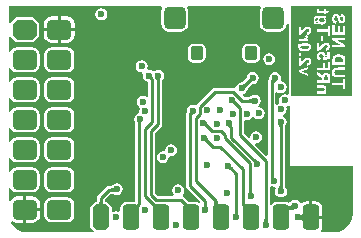
<source format=gbr>
%TF.GenerationSoftware,Altium Limited,Altium Designer,21.1.0 (24)*%
G04 Layer_Physical_Order=4*
G04 Layer_Color=16711680*
%FSLAX45Y45*%
%MOMM*%
%TF.SameCoordinates,A42B3F18-A760-40AD-9EC3-E9591E309F50*%
%TF.FilePolarity,Positive*%
%TF.FileFunction,Copper,L4,Bot,Signal*%
%TF.Part,Single*%
G01*
G75*
%TA.AperFunction,SMDPad,CuDef*%
G04:AMPARAMS|DCode=10|XSize=1.4mm|YSize=2.2mm|CornerRadius=0.35mm|HoleSize=0mm|Usage=FLASHONLY|Rotation=0.000|XOffset=0mm|YOffset=0mm|HoleType=Round|Shape=RoundedRectangle|*
%AMROUNDEDRECTD10*
21,1,1.40000,1.50000,0,0,0.0*
21,1,0.70000,2.20000,0,0,0.0*
1,1,0.70000,0.35000,-0.75000*
1,1,0.70000,-0.35000,-0.75000*
1,1,0.70000,-0.35000,0.75000*
1,1,0.70000,0.35000,0.75000*
%
%ADD10ROUNDEDRECTD10*%
%TA.AperFunction,Conductor*%
%ADD22C,0.40000*%
%ADD23C,0.25000*%
%TA.AperFunction,ComponentPad*%
G04:AMPARAMS|DCode=25|XSize=1.7mm|YSize=2.1mm|CornerRadius=0mm|HoleSize=0mm|Usage=FLASHONLY|Rotation=270.000|XOffset=0mm|YOffset=0mm|HoleType=Round|Shape=Octagon|*
%AMOCTAGOND25*
4,1,8,1.05000,0.42500,1.05000,-0.42500,0.62500,-0.85000,-0.62500,-0.85000,-1.05000,-0.42500,-1.05000,0.42500,-0.62500,0.85000,0.62500,0.85000,1.05000,0.42500,0.0*
%
%ADD25OCTAGOND25*%

G04:AMPARAMS|DCode=26|XSize=1.7mm|YSize=2.1mm|CornerRadius=0.425mm|HoleSize=0mm|Usage=FLASHONLY|Rotation=270.000|XOffset=0mm|YOffset=0mm|HoleType=Round|Shape=RoundedRectangle|*
%AMROUNDEDRECTD26*
21,1,1.70000,1.25001,0,0,270.0*
21,1,0.85000,2.10000,0,0,270.0*
1,1,0.85000,-0.62500,-0.42500*
1,1,0.85000,-0.62500,0.42500*
1,1,0.85000,0.62500,0.42500*
1,1,0.85000,0.62500,-0.42500*
%
%ADD26ROUNDEDRECTD26*%
G04:AMPARAMS|DCode=27|XSize=1.1mm|YSize=1.2mm|CornerRadius=0.275mm|HoleSize=0mm|Usage=FLASHONLY|Rotation=180.000|XOffset=0mm|YOffset=0mm|HoleType=Round|Shape=RoundedRectangle|*
%AMROUNDEDRECTD27*
21,1,1.10000,0.65000,0,0,180.0*
21,1,0.55000,1.20000,0,0,180.0*
1,1,0.55000,-0.27500,0.32500*
1,1,0.55000,0.27500,0.32500*
1,1,0.55000,0.27500,-0.32500*
1,1,0.55000,-0.27500,-0.32500*
%
%ADD27ROUNDEDRECTD27*%
G04:AMPARAMS|DCode=28|XSize=1.9mm|YSize=1.9mm|CornerRadius=0.475mm|HoleSize=0mm|Usage=FLASHONLY|Rotation=180.000|XOffset=0mm|YOffset=0mm|HoleType=Round|Shape=RoundedRectangle|*
%AMROUNDEDRECTD28*
21,1,1.90000,0.95000,0,0,180.0*
21,1,0.95000,1.90000,0,0,180.0*
1,1,0.95000,-0.47500,0.47500*
1,1,0.95000,0.47500,0.47500*
1,1,0.95000,0.47500,-0.47500*
1,1,0.95000,-0.47500,-0.47500*
%
%ADD28ROUNDEDRECTD28*%
%TA.AperFunction,ViaPad*%
%ADD29C,0.60000*%
%TA.AperFunction,SMDPad,CuDef*%
G04:AMPARAMS|DCode=31|XSize=1.4mm|YSize=2.2mm|CornerRadius=0mm|HoleSize=0mm|Usage=FLASHONLY|Rotation=0.000|XOffset=0mm|YOffset=0mm|HoleType=Round|Shape=Octagon|*
%AMOCTAGOND31*
4,1,8,-0.35000,1.10000,0.35000,1.10000,0.70000,0.75000,0.70000,-0.75000,0.35000,-1.10000,-0.35000,-1.10000,-0.70000,-0.75000,-0.70000,0.75000,-0.35000,1.10000,0.0*
%
%ADD31OCTAGOND31*%

G36*
X2179924Y1942827D02*
X2173917Y1933837D01*
X2168678Y1907500D01*
Y1812500D01*
X2173917Y1786163D01*
X2188836Y1763836D01*
X2211163Y1748917D01*
X2237500Y1743678D01*
X2332500D01*
X2358837Y1748917D01*
X2381164Y1763836D01*
X2396083Y1786163D01*
X2400000Y1805854D01*
X2415000Y1804376D01*
Y1216314D01*
X2400000Y1207898D01*
X2384267Y1211027D01*
X2364758Y1207147D01*
X2348219Y1196096D01*
X2337168Y1179557D01*
X2333287Y1160048D01*
X2337168Y1140539D01*
X2334349Y1133735D01*
X2328435Y1132558D01*
X2318137Y1125677D01*
X2303137Y1133343D01*
Y1221862D01*
X2318137Y1229880D01*
X2327991Y1223296D01*
X2347500Y1219415D01*
X2367009Y1223296D01*
X2383548Y1234347D01*
X2394599Y1250886D01*
X2398480Y1270395D01*
X2394599Y1289904D01*
X2383548Y1306443D01*
X2367009Y1317494D01*
X2357693Y1319347D01*
X2347841Y1329711D01*
X2348073Y1335390D01*
X2350980Y1350000D01*
X2347099Y1369509D01*
X2336048Y1386048D01*
X2319509Y1397099D01*
X2300000Y1400980D01*
X2280491Y1397099D01*
X2263952Y1386048D01*
X2252901Y1369509D01*
X2249020Y1350000D01*
X2250381Y1343161D01*
X2249513Y1339214D01*
X2249556Y1338976D01*
X2249425Y1338745D01*
X2248926Y1338019D01*
X2248133Y1337044D01*
X2246563Y1335369D01*
X2245700Y1333078D01*
X2243739Y1331610D01*
X2243394Y1329208D01*
X2239386Y1323210D01*
X2236863Y1310529D01*
Y699597D01*
X2223005Y693857D01*
X2131432Y785431D01*
X2138821Y799255D01*
X2140000Y799021D01*
X2159509Y802901D01*
X2176048Y813952D01*
X2187099Y830491D01*
X2190980Y850000D01*
X2187099Y869509D01*
X2176048Y886048D01*
X2159509Y897099D01*
X2140000Y900980D01*
X2120491Y897099D01*
X2103952Y886048D01*
X2092901Y869509D01*
X2089020Y850000D01*
X2089255Y848821D01*
X2075431Y841431D01*
X2034270Y882592D01*
Y985390D01*
X2049270Y996155D01*
X2060000Y994020D01*
X2079509Y997901D01*
X2096048Y1008952D01*
X2102647Y1018829D01*
X2120083Y1019733D01*
X2123948Y1013950D01*
X2140487Y1002899D01*
X2159996Y999018D01*
X2179505Y1002899D01*
X2196044Y1013950D01*
X2207095Y1030489D01*
X2210975Y1049998D01*
X2207095Y1069507D01*
X2196044Y1086046D01*
X2179505Y1097097D01*
X2159996Y1100977D01*
X2158693Y1100718D01*
X2152840Y1114848D01*
X2164222Y1122453D01*
X2175274Y1138992D01*
X2179154Y1158501D01*
X2175274Y1178010D01*
X2164222Y1194549D01*
X2147684Y1205600D01*
X2128175Y1209481D01*
X2108666Y1205600D01*
X2095004Y1196472D01*
X2092017Y1195362D01*
X2091021Y1194437D01*
X2090746Y1194226D01*
X2090405Y1194011D01*
X2089948Y1193778D01*
X2089336Y1193531D01*
X2088525Y1193278D01*
X2087488Y1193041D01*
X2086212Y1192843D01*
X2084678Y1192708D01*
X2082297Y1192641D01*
X2080056Y1191638D01*
X2036973D01*
X2027182Y1203307D01*
X2031275Y1216800D01*
X2037474Y1218033D01*
X2054013Y1229084D01*
X2065064Y1245623D01*
X2067232Y1256524D01*
X2069381Y1260367D01*
X2069549Y1261797D01*
X2069661Y1262344D01*
X2069840Y1262955D01*
X2070109Y1263657D01*
X2070495Y1264472D01*
X2071023Y1265402D01*
X2071721Y1266460D01*
X2072602Y1267626D01*
X2073694Y1268907D01*
X2075373Y1270674D01*
X2076261Y1272983D01*
X2096250Y1292972D01*
X2098127Y1293552D01*
X2098468Y1294197D01*
X2099150Y1294456D01*
X2100855Y1296061D01*
X2101946Y1296962D01*
X2102866Y1297617D01*
X2103606Y1298061D01*
X2104154Y1298329D01*
X2104527Y1298470D01*
X2104758Y1298533D01*
X2104889Y1298555D01*
X2104990Y1298561D01*
X2106225Y1298507D01*
X2108471Y1299325D01*
X2110000Y1299021D01*
X2129509Y1302901D01*
X2146048Y1313952D01*
X2157099Y1330491D01*
X2160980Y1350000D01*
X2157099Y1369509D01*
X2146048Y1386048D01*
X2129509Y1397099D01*
X2110000Y1400980D01*
X2090491Y1397099D01*
X2073952Y1386048D01*
X2062901Y1369509D01*
X2060733Y1358610D01*
X2058584Y1354766D01*
X2058415Y1353334D01*
X2058304Y1352791D01*
X2058124Y1352178D01*
X2057855Y1351476D01*
X2057469Y1350661D01*
X2056942Y1349730D01*
X2056244Y1348673D01*
X2055361Y1347505D01*
X2054274Y1346228D01*
X2052592Y1344459D01*
X2051704Y1342150D01*
X2031714Y1322160D01*
X2029837Y1321581D01*
X2029496Y1320936D01*
X2028814Y1320677D01*
X2027111Y1319074D01*
X2026018Y1318170D01*
X2025097Y1317515D01*
X2024359Y1317072D01*
X2023809Y1316803D01*
X2023436Y1316662D01*
X2023208Y1316600D01*
X2023073Y1316578D01*
X2022974Y1316572D01*
X2021739Y1316626D01*
X2019494Y1315808D01*
X2017965Y1316112D01*
X1998456Y1312231D01*
X1981917Y1301180D01*
X1970866Y1284641D01*
X1969000Y1275262D01*
X1966751Y1272164D01*
X1953074Y1264605D01*
X1952748Y1264593D01*
X1947500Y1265637D01*
X1788683D01*
X1776002Y1263114D01*
X1765252Y1255931D01*
X1639122Y1129801D01*
X1631939Y1119052D01*
X1624562Y1121221D01*
X1605053Y1125101D01*
X1585544Y1121221D01*
X1569005Y1110169D01*
X1557954Y1093631D01*
X1554074Y1074122D01*
X1555694Y1065976D01*
X1555242Y1065486D01*
X1553560Y1060905D01*
X1549386Y1054658D01*
X1546863Y1041977D01*
Y440000D01*
X1549386Y427319D01*
X1556569Y416569D01*
X1669535Y303603D01*
X1668613Y298711D01*
X1652037Y291746D01*
X1644460Y296809D01*
X1623000Y301077D01*
X1574361D01*
X1573471Y301438D01*
X1571167Y302673D01*
X1568070Y304681D01*
X1564514Y307330D01*
X1555063Y315531D01*
X1549750Y320683D01*
X1547387Y321620D01*
X1525576Y343431D01*
X1518956Y347855D01*
X1516476Y361587D01*
X1517058Y365464D01*
X1527099Y380491D01*
X1530980Y400000D01*
X1527099Y419509D01*
X1516048Y436048D01*
X1499509Y447099D01*
X1480000Y450980D01*
X1460491Y447099D01*
X1443952Y436048D01*
X1432901Y419509D01*
X1429021Y400000D01*
X1432901Y380491D01*
X1441156Y368137D01*
X1435194Y353137D01*
X1303726D01*
X1283137Y373725D01*
Y886275D01*
X1333431Y936569D01*
X1340614Y947319D01*
X1343137Y960000D01*
Y1321881D01*
X1344139Y1324121D01*
X1344206Y1326499D01*
X1344342Y1328037D01*
X1344539Y1329314D01*
X1344776Y1330349D01*
X1345030Y1331163D01*
X1345276Y1331774D01*
X1345509Y1332231D01*
X1345723Y1332570D01*
X1345936Y1332847D01*
X1346860Y1333842D01*
X1347971Y1336830D01*
X1357099Y1350491D01*
X1360979Y1370000D01*
X1357099Y1389509D01*
X1346048Y1406048D01*
X1329509Y1417099D01*
X1310000Y1420980D01*
X1290491Y1417099D01*
X1280957Y1410728D01*
X1266045Y1406045D01*
X1249507Y1417096D01*
X1229998Y1420977D01*
X1228596Y1420698D01*
X1224253Y1424397D01*
X1217765Y1433838D01*
X1220980Y1450000D01*
X1217099Y1469509D01*
X1206048Y1486048D01*
X1189509Y1497099D01*
X1170000Y1500979D01*
X1150491Y1497099D01*
X1133952Y1486048D01*
X1122901Y1469509D01*
X1119020Y1450000D01*
X1122901Y1430491D01*
X1133952Y1413952D01*
X1150491Y1402901D01*
X1170000Y1399020D01*
X1171402Y1399299D01*
X1175744Y1395600D01*
X1182233Y1386160D01*
X1179018Y1369997D01*
X1182899Y1350488D01*
X1193950Y1333949D01*
X1210489Y1322898D01*
X1226863Y1319641D01*
Y1194806D01*
X1211863Y1188844D01*
X1199509Y1197099D01*
X1180000Y1200980D01*
X1160491Y1197099D01*
X1143952Y1186048D01*
X1132901Y1169509D01*
X1129020Y1150000D01*
X1132901Y1130491D01*
X1143952Y1113952D01*
X1148958Y1110607D01*
X1153356Y1090190D01*
X1152901Y1089509D01*
X1149020Y1070000D01*
X1150151Y1064315D01*
X1140491Y1047099D01*
X1123952Y1036048D01*
X1112901Y1019509D01*
X1109020Y1000000D01*
X1112901Y980491D01*
X1113253Y979965D01*
X1113313Y977930D01*
X1113878Y976672D01*
X1114175Y975883D01*
X1114406Y975140D01*
X1115122Y972005D01*
X1115276Y971028D01*
X1115820Y964192D01*
X1115854Y961843D01*
X1116863Y959504D01*
Y302607D01*
X1115000Y301077D01*
X1045000D01*
X1023540Y296809D01*
X1005347Y284653D01*
X993192Y266460D01*
X988923Y245000D01*
Y222167D01*
X973923Y214150D01*
X969509Y217099D01*
X950000Y220979D01*
X931000Y217200D01*
X928321Y216858D01*
X916000Y224988D01*
Y255000D01*
X871000Y300000D01*
X860352D01*
X860248Y301179D01*
X860141Y305264D01*
X859137Y307519D01*
Y322275D01*
X907029Y370167D01*
X916213D01*
X918512Y369160D01*
X920832Y369113D01*
X925036Y368755D01*
X926354Y368546D01*
X927730Y368251D01*
X928928Y367922D01*
X929946Y367575D01*
X930800Y367220D01*
X931515Y366864D01*
X932794Y366108D01*
X936471Y365587D01*
X940491Y362901D01*
X960000Y359020D01*
X979509Y362901D01*
X996048Y373952D01*
X1007099Y390491D01*
X1010980Y410000D01*
X1007099Y429509D01*
X996048Y446048D01*
X979509Y457099D01*
X960000Y460980D01*
X940491Y457099D01*
X923952Y446048D01*
X920079Y440251D01*
X916675Y438074D01*
X916536Y437875D01*
X916281Y437804D01*
X915410Y437643D01*
X914164Y437514D01*
X911867Y437440D01*
X909658Y436440D01*
X909572D01*
X907214Y436779D01*
X906761Y436440D01*
X893303D01*
X880623Y433917D01*
X869872Y426734D01*
X802569Y359431D01*
X795386Y348681D01*
X792864Y336000D01*
Y307519D01*
X791859Y305264D01*
X791752Y301179D01*
X791648Y300000D01*
X781000D01*
X736000Y255000D01*
Y85000D01*
X763198Y57802D01*
X757458Y43944D01*
X200000D01*
X199453Y43836D01*
X159563Y49087D01*
X121882Y64695D01*
X89524Y89524D01*
X64695Y121882D01*
X60572Y131835D01*
X72689Y141779D01*
X91007Y129540D01*
X117500Y124270D01*
X167300D01*
Y236000D01*
Y347730D01*
X117500D01*
X91007Y342460D01*
X68547Y327453D01*
X58944Y313082D01*
X43944Y317632D01*
Y420143D01*
X57655Y422917D01*
X58944Y422638D01*
X72440Y402440D01*
X93114Y388626D01*
X117500Y383776D01*
X242500D01*
X266887Y388626D01*
X287560Y402440D01*
X301374Y423114D01*
X306225Y447500D01*
Y532500D01*
X301374Y556886D01*
X287560Y577560D01*
X266887Y591374D01*
X242500Y596224D01*
X117500D01*
X93114Y591374D01*
X72440Y577560D01*
X58944Y557362D01*
X57655Y557083D01*
X43944Y559857D01*
Y674143D01*
X57655Y676917D01*
X58944Y676638D01*
X72440Y656440D01*
X93114Y642626D01*
X117500Y637776D01*
X242500D01*
X266887Y642626D01*
X287560Y656440D01*
X301374Y677114D01*
X306225Y701500D01*
Y786500D01*
X301374Y810886D01*
X287560Y831560D01*
X266887Y845374D01*
X242500Y850224D01*
X117500D01*
X93114Y845374D01*
X72440Y831560D01*
X58944Y811362D01*
X57655Y811083D01*
X43944Y813857D01*
Y928143D01*
X57655Y930917D01*
X58944Y930638D01*
X72440Y910440D01*
X93114Y896626D01*
X117500Y891776D01*
X242500D01*
X266887Y896626D01*
X287560Y910440D01*
X301374Y931114D01*
X306225Y955500D01*
Y1040500D01*
X301374Y1064886D01*
X287560Y1085560D01*
X266887Y1099374D01*
X242500Y1104224D01*
X117500D01*
X93114Y1099374D01*
X72440Y1085560D01*
X58944Y1065362D01*
X57655Y1065083D01*
X43944Y1067857D01*
Y1182143D01*
X57655Y1184917D01*
X58944Y1184638D01*
X72440Y1164440D01*
X93114Y1150626D01*
X117500Y1145776D01*
X242500D01*
X266887Y1150626D01*
X287560Y1164440D01*
X301374Y1185114D01*
X306225Y1209500D01*
Y1294500D01*
X301374Y1318886D01*
X287560Y1339560D01*
X266887Y1353374D01*
X242500Y1358224D01*
X117500D01*
X93114Y1353374D01*
X72440Y1339560D01*
X58944Y1319362D01*
X57655Y1319083D01*
X43944Y1321857D01*
Y1436143D01*
X57655Y1438917D01*
X58944Y1438638D01*
X72440Y1418440D01*
X93114Y1404626D01*
X117500Y1399776D01*
X242500D01*
X266887Y1404626D01*
X287560Y1418440D01*
X301374Y1439114D01*
X306225Y1463500D01*
Y1548500D01*
X301374Y1572886D01*
X287560Y1593560D01*
X266887Y1607374D01*
X242500Y1612224D01*
X117500D01*
X93114Y1607374D01*
X72440Y1593560D01*
X58944Y1573362D01*
X57655Y1573083D01*
X43944Y1575857D01*
Y1697978D01*
X58944Y1703556D01*
X107500Y1655000D01*
X252500D01*
X305000Y1707500D01*
Y1812500D01*
X252500Y1865000D01*
X107500D01*
X58944Y1816444D01*
X43944Y1822022D01*
Y1956056D01*
X1337853D01*
X1344924Y1942827D01*
X1338917Y1933837D01*
X1333678Y1907500D01*
Y1812500D01*
X1338917Y1786163D01*
X1353835Y1763836D01*
X1376163Y1748917D01*
X1402500Y1743678D01*
X1497500D01*
X1523837Y1748917D01*
X1546164Y1763836D01*
X1561083Y1786163D01*
X1566322Y1812500D01*
Y1907500D01*
X1561083Y1933837D01*
X1555076Y1942827D01*
X1562147Y1956056D01*
X2172853D01*
X2179924Y1942827D01*
D02*
G37*
G36*
X1258864Y1361290D02*
X1258991Y1360192D01*
X1259363Y1358964D01*
X1259981Y1357604D01*
X1260844Y1356113D01*
X1261953Y1354491D01*
X1263306Y1352737D01*
X1266749Y1348838D01*
X1268839Y1346691D01*
X1251161Y1329014D01*
X1248826Y1331299D01*
X1242749Y1336623D01*
X1241033Y1337887D01*
X1239472Y1338896D01*
X1238065Y1339650D01*
X1236814Y1340149D01*
X1235717Y1340392D01*
X1234775Y1340380D01*
X1258982Y1362257D01*
X1258864Y1361290D01*
D02*
G37*
G36*
X1329385Y1346838D02*
X1327940Y1344956D01*
X1326665Y1342930D01*
X1325560Y1340761D01*
X1324625Y1338448D01*
X1323860Y1335991D01*
X1323265Y1333391D01*
X1322840Y1330647D01*
X1322585Y1327760D01*
X1322500Y1324728D01*
X1297500D01*
X1297415Y1327760D01*
X1297160Y1330647D01*
X1296735Y1333391D01*
X1296140Y1335991D01*
X1295375Y1338448D01*
X1294440Y1340761D01*
X1293335Y1342930D01*
X1292060Y1344956D01*
X1290615Y1346838D01*
X1289000Y1348576D01*
X1331000D01*
X1329385Y1346838D01*
D02*
G37*
G36*
X2107167Y1320134D02*
X2104811Y1320237D01*
X2102471Y1320096D01*
X2100146Y1319713D01*
X2097837Y1319085D01*
X2095544Y1318216D01*
X2093266Y1317102D01*
X2091004Y1315746D01*
X2088757Y1314146D01*
X2086526Y1312303D01*
X2084310Y1310217D01*
X2068284Y1329546D01*
X2070368Y1331739D01*
X2072251Y1333948D01*
X2073933Y1336174D01*
X2075414Y1338418D01*
X2076694Y1340678D01*
X2077774Y1342956D01*
X2078652Y1345250D01*
X2079330Y1347562D01*
X2079807Y1349890D01*
X2080083Y1352236D01*
X2107167Y1320134D01*
D02*
G37*
G36*
X2306404Y1320692D02*
X2304213Y1320128D01*
X2302023Y1319394D01*
X2299834Y1318489D01*
X2297646Y1317415D01*
X2295460Y1316171D01*
X2293275Y1314756D01*
X2291090Y1313171D01*
X2286726Y1309492D01*
X2284545Y1307396D01*
X2262356Y1320563D01*
X2264452Y1322798D01*
X2266270Y1325036D01*
X2267810Y1327275D01*
X2269073Y1329517D01*
X2270059Y1331761D01*
X2270767Y1334006D01*
X2271198Y1336254D01*
X2271351Y1338505D01*
X2271227Y1340757D01*
X2270826Y1343011D01*
X2306404Y1320692D01*
D02*
G37*
G36*
X2059680Y1285587D02*
X2057597Y1283394D01*
X2055714Y1281185D01*
X2054032Y1278959D01*
X2052551Y1276715D01*
X2051271Y1274455D01*
X2050191Y1272177D01*
X2049312Y1269883D01*
X2048635Y1267571D01*
X2048157Y1265243D01*
X2047881Y1262898D01*
X2020797Y1294998D01*
X2023153Y1294896D01*
X2025494Y1295036D01*
X2027818Y1295420D01*
X2030127Y1296047D01*
X2032421Y1296917D01*
X2034698Y1298030D01*
X2036961Y1299387D01*
X2039207Y1300987D01*
X2041438Y1302830D01*
X2043654Y1304916D01*
X2059680Y1285587D01*
D02*
G37*
G36*
X2106750Y1137501D02*
X2105012Y1139116D01*
X2103130Y1140561D01*
X2101105Y1141836D01*
X2098936Y1142941D01*
X2096623Y1143876D01*
X2094166Y1144641D01*
X2091566Y1145236D01*
X2088822Y1145661D01*
X2085934Y1145916D01*
X2082903Y1146001D01*
Y1171001D01*
X2085934Y1171086D01*
X2088822Y1171341D01*
X2091566Y1171766D01*
X2094166Y1172361D01*
X2096623Y1173126D01*
X2098936Y1174061D01*
X2101105Y1175166D01*
X2103130Y1176441D01*
X2105012Y1177886D01*
X2106750Y1179501D01*
Y1137501D01*
D02*
G37*
G36*
X1967991Y1159106D02*
X1968363Y1156758D01*
X1968948Y1154428D01*
X1969747Y1152118D01*
X1970760Y1149825D01*
X1971987Y1147551D01*
X1973428Y1145296D01*
X1975083Y1143060D01*
X1976952Y1140842D01*
X1979035Y1138643D01*
X1961961Y1120361D01*
X1959753Y1122445D01*
X1957527Y1124300D01*
X1955283Y1125924D01*
X1953021Y1127319D01*
X1950742Y1128485D01*
X1948444Y1129421D01*
X1946128Y1130127D01*
X1943794Y1130603D01*
X1941442Y1130850D01*
X1939072Y1130867D01*
X1967835Y1161473D01*
X1967991Y1159106D01*
D02*
G37*
G36*
X1599649Y1044612D02*
X1588839Y1033138D01*
X1571161Y1050816D01*
X1578974Y1059294D01*
X1599649Y1044612D01*
D02*
G37*
G36*
X1172658Y972801D02*
X1170728Y971743D01*
X1169001Y970461D01*
X1167477Y968953D01*
X1166157Y967221D01*
X1165039Y965263D01*
X1164125Y963081D01*
X1163414Y960674D01*
X1162906Y958043D01*
X1162601Y955186D01*
X1162500Y952105D01*
X1137500Y962157D01*
X1137456Y965208D01*
X1136789Y973579D01*
X1136390Y976108D01*
X1135324Y980777D01*
X1134658Y982915D01*
X1133903Y984923D01*
X1133060Y986801D01*
X1172658Y972801D01*
D02*
G37*
G36*
X1719902Y975254D02*
X1720573Y973013D01*
X1721421Y970780D01*
X1722447Y968554D01*
X1723650Y966336D01*
X1725030Y964124D01*
X1726588Y961920D01*
X1728324Y959723D01*
X1732326Y955351D01*
X1718380Y933943D01*
X1716150Y936035D01*
X1713913Y937859D01*
X1711670Y939414D01*
X1709420Y940700D01*
X1707163Y941718D01*
X1704900Y942467D01*
X1702631Y942948D01*
X1700354Y943159D01*
X1698071Y943102D01*
X1695782Y942777D01*
X1719408Y977501D01*
X1719902Y975254D01*
D02*
G37*
G36*
X2369117Y953721D02*
X2367683Y951829D01*
X2366417Y949795D01*
X2365320Y947619D01*
X2364392Y945300D01*
X2363633Y942839D01*
X2363042Y940235D01*
X2362620Y937490D01*
X2362367Y934601D01*
X2362283Y931571D01*
X2337283Y931372D01*
X2337197Y934404D01*
X2336940Y937291D01*
X2336512Y940033D01*
X2335913Y942630D01*
X2335143Y945082D01*
X2334201Y947389D01*
X2333088Y949551D01*
X2331804Y951568D01*
X2330348Y953440D01*
X2328722Y955166D01*
X2370720Y955470D01*
X2369117Y953721D01*
D02*
G37*
G36*
X1933948Y950638D02*
X1933752Y949983D01*
X1933741Y949243D01*
X1933915Y948419D01*
X1934274Y947510D01*
X1934817Y946516D01*
X1935545Y945438D01*
X1936458Y944274D01*
X1937556Y943027D01*
X1938839Y941694D01*
X1921161Y924016D01*
X1903967Y942328D01*
X1934329Y951208D01*
X1933948Y950638D01*
D02*
G37*
G36*
X1732245Y841235D02*
X1732554Y838882D01*
X1733085Y836548D01*
X1733837Y834233D01*
X1734812Y831936D01*
X1736008Y829658D01*
X1737426Y827399D01*
X1739066Y825158D01*
X1740927Y822936D01*
X1743010Y820732D01*
X1725333Y803055D01*
X1723129Y805138D01*
X1720907Y807000D01*
X1718666Y808639D01*
X1716407Y810058D01*
X1714129Y811254D01*
X1711832Y812228D01*
X1709517Y812980D01*
X1707183Y813511D01*
X1704831Y813820D01*
X1702460Y813907D01*
X1732158Y843606D01*
X1732245Y841235D01*
D02*
G37*
G36*
X2129934Y664425D02*
X2132147Y662548D01*
X2134378Y660877D01*
X2136627Y659413D01*
X2138894Y658155D01*
X2141179Y657103D01*
X2143482Y656258D01*
X2145802Y655619D01*
X2148141Y655186D01*
X2150498Y654959D01*
X2119013Y627162D01*
X2119065Y629526D01*
X2118880Y631872D01*
X2118458Y634202D01*
X2117798Y636515D01*
X2116900Y638812D01*
X2115765Y641091D01*
X2114393Y643354D01*
X2112783Y645600D01*
X2110935Y647829D01*
X2108850Y650041D01*
X2127738Y666508D01*
X2129934Y664425D01*
D02*
G37*
G36*
X1935618Y604418D02*
X1935998Y602071D01*
X1936592Y599743D01*
X1937397Y597433D01*
X1938416Y595142D01*
X1939648Y592869D01*
X1941093Y590614D01*
X1942750Y588379D01*
X1944620Y586161D01*
X1946703Y583963D01*
X1929721Y565590D01*
X1927512Y567674D01*
X1925286Y569527D01*
X1923041Y571150D01*
X1920779Y572542D01*
X1918499Y573702D01*
X1916201Y574632D01*
X1913886Y575332D01*
X1911552Y575800D01*
X1909201Y576037D01*
X1906832Y576044D01*
X1935451Y606784D01*
X1935618Y604418D01*
D02*
G37*
G36*
X2362369Y432338D02*
X2362625Y429451D01*
X2363053Y426709D01*
X2363653Y424112D01*
X2364423Y421660D01*
X2365365Y419353D01*
X2366478Y417191D01*
X2367762Y415174D01*
X2369218Y413302D01*
X2370844Y411576D01*
X2328846Y411272D01*
X2330449Y413021D01*
X2331883Y414913D01*
X2333149Y416947D01*
X2334246Y419123D01*
X2335174Y421442D01*
X2335933Y423903D01*
X2336524Y426507D01*
X2336946Y429252D01*
X2337199Y432141D01*
X2337283Y435171D01*
X2362283Y435370D01*
X2362369Y432338D01*
D02*
G37*
G36*
X943804Y384748D02*
X941856Y385898D01*
X939788Y386928D01*
X937601Y387836D01*
X935295Y388623D01*
X932869Y389289D01*
X930323Y389834D01*
X927658Y390258D01*
X921970Y390743D01*
X918946Y390803D01*
X912567Y415803D01*
X915629Y415902D01*
X918497Y416199D01*
X921170Y416693D01*
X923648Y417385D01*
X925931Y418274D01*
X928020Y419362D01*
X929914Y420647D01*
X931614Y422129D01*
X933119Y423810D01*
X934429Y425687D01*
X943804Y384748D01*
D02*
G37*
G36*
X2102601Y394814D02*
X2102906Y391958D01*
X2103414Y389326D01*
X2104125Y386919D01*
X2105039Y384737D01*
X2106157Y382780D01*
X2107477Y381047D01*
X2109001Y379539D01*
X2110728Y378257D01*
X2112657Y377199D01*
X2073060Y363199D01*
X2073903Y365161D01*
X2074658Y367422D01*
X2075324Y369983D01*
X2075901Y372843D01*
X2076789Y379460D01*
X2077322Y387274D01*
X2077500Y396284D01*
X2102500Y397896D01*
X2102601Y394814D01*
D02*
G37*
G36*
X2430000Y1113551D02*
Y608944D01*
X2433944Y605000D01*
X2956056D01*
Y200000D01*
X2956165Y199453D01*
X2950913Y159563D01*
X2935305Y121882D01*
X2910476Y89524D01*
X2878118Y64695D01*
X2840437Y49087D01*
X2800547Y43836D01*
X2800000Y43944D01*
X2695569D01*
X2687551Y58944D01*
X2695896Y71433D01*
X2700583Y95000D01*
Y157300D01*
X2604000D01*
Y170000D01*
X2591300D01*
Y306583D01*
X2569000D01*
X2545433Y301896D01*
X2531645Y292683D01*
X2522050Y290589D01*
X2512578Y296275D01*
X2506048Y306048D01*
X2489509Y317099D01*
X2470000Y320980D01*
X2450491Y317099D01*
X2433952Y306048D01*
X2428856Y298421D01*
X2425740Y297228D01*
X2411573Y294960D01*
X2411573D01*
X2406460Y296809D01*
X2397836Y298524D01*
X2385000Y301077D01*
X2315000D01*
X2293540Y296809D01*
X2275347Y284653D01*
X2268136Y273861D01*
X2253136Y278411D01*
Y426457D01*
X2268136Y434474D01*
X2270491Y432901D01*
X2290000Y429020D01*
X2298689Y430749D01*
X2299497Y430251D01*
X2308129Y417333D01*
X2302901Y409509D01*
X2299021Y390000D01*
X2302901Y370491D01*
X2313952Y353952D01*
X2330491Y342901D01*
X2350000Y339020D01*
X2369509Y342901D01*
X2386048Y353952D01*
X2397099Y370491D01*
X2400980Y390000D01*
X2397099Y409509D01*
X2387657Y423640D01*
X2386602Y426420D01*
X2385678Y427400D01*
X2385477Y427659D01*
X2385270Y427984D01*
X2385048Y428415D01*
X2384806Y429007D01*
X2384557Y429801D01*
X2384323Y430815D01*
X2384125Y432083D01*
X2383989Y433605D01*
X2383922Y435983D01*
X2382920Y438222D01*
Y928725D01*
X2383922Y930967D01*
X2383989Y933354D01*
X2384124Y934900D01*
X2384323Y936190D01*
X2384562Y937247D01*
X2384817Y938073D01*
X2385072Y938709D01*
X2385312Y939185D01*
X2385535Y939544D01*
X2385758Y939838D01*
X2386681Y940845D01*
X2387836Y944020D01*
X2396665Y957233D01*
X2400546Y976742D01*
X2396665Y996251D01*
X2385614Y1012790D01*
X2369596Y1023493D01*
X2368121Y1032958D01*
X2368718Y1039206D01*
X2383991Y1049411D01*
X2395042Y1065950D01*
X2398923Y1085459D01*
X2395042Y1104968D01*
X2406524Y1114785D01*
X2415000Y1120449D01*
X2430000Y1113551D01*
D02*
G37*
G36*
X838625Y299945D02*
X839000Y295695D01*
X839625Y291945D01*
X840500Y288695D01*
X841625Y285945D01*
X843000Y283695D01*
X844625Y281945D01*
X846500Y280695D01*
X848625Y279945D01*
X851000Y279695D01*
X801000D01*
X803375Y279945D01*
X805500Y280695D01*
X807375Y281945D01*
X809000Y283695D01*
X810375Y285945D01*
X811500Y288695D01*
X812375Y291945D01*
X813000Y295695D01*
X813375Y299945D01*
X813500Y304695D01*
X838500D01*
X838625Y299945D01*
D02*
G37*
G36*
X1158839Y273306D02*
X1156181Y270598D01*
X1148907Y262100D01*
X1147927Y260560D01*
X1147282Y259253D01*
X1146974Y258181D01*
X1147000Y257341D01*
X1147363Y256736D01*
X1123719Y278539D01*
X1124361Y278232D01*
X1125249Y278270D01*
X1126381Y278652D01*
X1127758Y279379D01*
X1129380Y280452D01*
X1131246Y281868D01*
X1135714Y285737D01*
X1141161Y290984D01*
X1158839Y273306D01*
D02*
G37*
G36*
X2461630Y241191D02*
X2444982Y241152D01*
X2444995Y241110D01*
X2439358Y240985D01*
X2434412Y240610D01*
X2430156Y239985D01*
X2426591Y239110D01*
X2423715Y237985D01*
X2421530Y236610D01*
X2420034Y234985D01*
X2419229Y233110D01*
X2419115Y230985D01*
X2419690Y228610D01*
X2402497Y275306D01*
X2405005Y273559D01*
X2407734Y271996D01*
X2410684Y270616D01*
X2413856Y269421D01*
X2417249Y268409D01*
X2420863Y267581D01*
X2424699Y266938D01*
X2428347Y266524D01*
X2430780Y266990D01*
X2433046Y267674D01*
X2435023Y268554D01*
X2436711Y269629D01*
X2438112Y270899D01*
X2439224Y272365D01*
X2440047Y274027D01*
X2440583Y275884D01*
X2461630Y241191D01*
D02*
G37*
G36*
X1540422Y299574D02*
X1550933Y290453D01*
X1555702Y286900D01*
X1560146Y284019D01*
X1564267Y281809D01*
X1568063Y280272D01*
X1571535Y279406D01*
X1574682Y279212D01*
X1577505Y279690D01*
X1523630Y263216D01*
X1525965Y264229D01*
X1527572Y265617D01*
X1528452Y267380D01*
X1528604Y269519D01*
X1528029Y272033D01*
X1526726Y274922D01*
X1524695Y278186D01*
X1521937Y281826D01*
X1518450Y285840D01*
X1514237Y290230D01*
X1534680Y305143D01*
X1540422Y299574D01*
D02*
G37*
G36*
X1811015Y299358D02*
X1811390Y294412D01*
X1812015Y290156D01*
X1812890Y286590D01*
X1814015Y283715D01*
X1815390Y281530D01*
X1817015Y280034D01*
X1818890Y279229D01*
X1821015Y279115D01*
X1823390Y279690D01*
X1776694Y262497D01*
X1778441Y265005D01*
X1780005Y267734D01*
X1781384Y270684D01*
X1782579Y273856D01*
X1783591Y277249D01*
X1784419Y280863D01*
X1785062Y284699D01*
X1785522Y288756D01*
X1785890Y297534D01*
X1810890Y304995D01*
X1811015Y299358D01*
D02*
G37*
G36*
X2041325Y288513D02*
X2052451Y278606D01*
X2052746Y278600D01*
X2030826Y262020D01*
X2030896Y262258D01*
X2030735Y262695D01*
X2030344Y263329D01*
X2029723Y264161D01*
X2027790Y266418D01*
X2021161Y273306D01*
X2038839Y290983D01*
X2041325Y288513D01*
D02*
G37*
G36*
X1722585Y272241D02*
X1722840Y269353D01*
X1723265Y266609D01*
X1723860Y264009D01*
X1724625Y261552D01*
X1725560Y259239D01*
X1726665Y257070D01*
X1727940Y255044D01*
X1729385Y253163D01*
X1731000Y251424D01*
X1689000D01*
X1690615Y253163D01*
X1692060Y255044D01*
X1693335Y257070D01*
X1694440Y259239D01*
X1695375Y261552D01*
X1696140Y264009D01*
X1696735Y266609D01*
X1697160Y269353D01*
X1697415Y272241D01*
X1697500Y275272D01*
X1722500D01*
X1722585Y272241D01*
D02*
G37*
G36*
X1276141Y291710D02*
X1284572Y284669D01*
X1288372Y282085D01*
X1291895Y280125D01*
X1295142Y278790D01*
X1298112Y278078D01*
X1300805Y277991D01*
X1303221Y278529D01*
X1305361Y279690D01*
X1264964Y249943D01*
X1266635Y251581D01*
X1267635Y253542D01*
X1267965Y255823D01*
X1267625Y258428D01*
X1266615Y261354D01*
X1264934Y264602D01*
X1262583Y268172D01*
X1259561Y272064D01*
X1255869Y276279D01*
X1251507Y280815D01*
X1271511Y296167D01*
X1276141Y291710D01*
D02*
G37*
G36*
X1985000Y213981D02*
X1985077Y210957D01*
X1985308Y208063D01*
X1985694Y205300D01*
X1986234Y202667D01*
X1986928Y200163D01*
X1987776Y197791D01*
X1988779Y195547D01*
X1989936Y193435D01*
X1991247Y191452D01*
X1992712Y189600D01*
X1950858Y193099D01*
X1952595Y194695D01*
X1954150Y196451D01*
X1955521Y198368D01*
X1956709Y200445D01*
X1957715Y202683D01*
X1958537Y205082D01*
X1959177Y207641D01*
X1959634Y210362D01*
X1959909Y213243D01*
X1960000Y216284D01*
X1985000Y213981D01*
D02*
G37*
G36*
X2232585Y152240D02*
X2232840Y149353D01*
X2233265Y146609D01*
X2233860Y144009D01*
X2234625Y141552D01*
X2235560Y139239D01*
X2236665Y137070D01*
X2237940Y135044D01*
X2239385Y133163D01*
X2241000Y131424D01*
X2199000D01*
X2200615Y133163D01*
X2202060Y135044D01*
X2203335Y137070D01*
X2204440Y139239D01*
X2205375Y141552D01*
X2206140Y144009D01*
X2206735Y146609D01*
X2207160Y149353D01*
X2207415Y152240D01*
X2207500Y155272D01*
X2232500D01*
X2232585Y152240D01*
D02*
G37*
G36*
X2534310Y130000D02*
X2533907Y133800D01*
X2532698Y137200D01*
X2530683Y140200D01*
X2527862Y142800D01*
X2524234Y145000D01*
X2519801Y146800D01*
X2514561Y148200D01*
X2508515Y149200D01*
X2501664Y149800D01*
X2494006Y150000D01*
Y190000D01*
X2501664Y190200D01*
X2508515Y190800D01*
X2514561Y191800D01*
X2519801Y193200D01*
X2524234Y195000D01*
X2527862Y197200D01*
X2530683Y199800D01*
X2532698Y202800D01*
X2533907Y206200D01*
X2534310Y210000D01*
Y130000D01*
D02*
G37*
G36*
X2955001Y1196000D02*
X2783797D01*
D01*
X2625849D01*
X2435001D01*
Y1956000D01*
X2625849D01*
D01*
X2783797D01*
D01*
X2955001D01*
Y1196000D01*
D02*
G37*
%LPC*%
G36*
X830000Y1940980D02*
X810491Y1937099D01*
X793952Y1926048D01*
X782901Y1909509D01*
X779021Y1890000D01*
X782901Y1870491D01*
X793952Y1853952D01*
X810491Y1842901D01*
X830000Y1839020D01*
X849509Y1842901D01*
X866048Y1853952D01*
X877099Y1870491D01*
X880980Y1890000D01*
X877099Y1909509D01*
X866048Y1926048D01*
X849509Y1937099D01*
X830000Y1940980D01*
D02*
G37*
G36*
X536500Y1871730D02*
X486700D01*
Y1772700D01*
X605730D01*
Y1802500D01*
X600461Y1828993D01*
X585453Y1851453D01*
X562994Y1866460D01*
X536500Y1871730D01*
D02*
G37*
G36*
X461300D02*
X411500D01*
X385007Y1866460D01*
X362547Y1851453D01*
X347540Y1828993D01*
X342270Y1802500D01*
Y1772700D01*
X461300D01*
Y1871730D01*
D02*
G37*
G36*
X605730Y1747300D02*
X486700D01*
Y1648270D01*
X536500D01*
X562994Y1653540D01*
X585453Y1668547D01*
X600461Y1691007D01*
X605730Y1717500D01*
Y1747300D01*
D02*
G37*
G36*
X461300D02*
X342270D01*
Y1717500D01*
X347540Y1691007D01*
X362547Y1668547D01*
X385007Y1653540D01*
X411500Y1648270D01*
X461300D01*
Y1747300D01*
D02*
G37*
G36*
X2125000Y1640931D02*
X2070000D01*
X2051467Y1637244D01*
X2035755Y1626746D01*
X2025256Y1611034D01*
X2021569Y1592500D01*
Y1527500D01*
X2025256Y1508967D01*
X2035755Y1493255D01*
X2051467Y1482756D01*
X2070000Y1479070D01*
X2125000D01*
X2143533Y1482756D01*
X2159245Y1493255D01*
X2169744Y1508967D01*
X2173431Y1527500D01*
Y1592500D01*
X2169744Y1611034D01*
X2159245Y1626746D01*
X2143533Y1637244D01*
X2125000Y1640931D01*
D02*
G37*
G36*
X1665000D02*
X1610000D01*
X1591466Y1637244D01*
X1575755Y1626746D01*
X1565256Y1611034D01*
X1561569Y1592500D01*
Y1527500D01*
X1565256Y1508967D01*
X1575755Y1493255D01*
X1591466Y1482756D01*
X1610000Y1479070D01*
X1665000D01*
X1683533Y1482756D01*
X1699245Y1493255D01*
X1709744Y1508967D01*
X1713430Y1527500D01*
Y1592500D01*
X1709744Y1611034D01*
X1699245Y1626746D01*
X1683533Y1637244D01*
X1665000Y1640931D01*
D02*
G37*
G36*
X2250000Y1560980D02*
X2230491Y1557099D01*
X2213952Y1546048D01*
X2202901Y1529509D01*
X2199020Y1510000D01*
X2202901Y1490491D01*
X2213952Y1473952D01*
X2230491Y1462901D01*
X2250000Y1459020D01*
X2269509Y1462901D01*
X2286048Y1473952D01*
X2297099Y1490491D01*
X2300980Y1510000D01*
X2297099Y1529509D01*
X2286048Y1546048D01*
X2269509Y1557099D01*
X2250000Y1560980D01*
D02*
G37*
G36*
X536500Y1612224D02*
X411500D01*
X387114Y1607374D01*
X366440Y1593560D01*
X352626Y1572886D01*
X347776Y1548500D01*
Y1463500D01*
X352626Y1439114D01*
X366440Y1418440D01*
X387114Y1404626D01*
X411500Y1399776D01*
X536500D01*
X560887Y1404626D01*
X581560Y1418440D01*
X595374Y1439114D01*
X600225Y1463500D01*
Y1548500D01*
X595374Y1572886D01*
X581560Y1593560D01*
X560887Y1607374D01*
X536500Y1612224D01*
D02*
G37*
G36*
Y1358224D02*
X411500D01*
X387114Y1353374D01*
X366440Y1339560D01*
X352626Y1318886D01*
X347776Y1294500D01*
Y1209500D01*
X352626Y1185114D01*
X366440Y1164440D01*
X387114Y1150626D01*
X411500Y1145776D01*
X536500D01*
X560887Y1150626D01*
X581560Y1164440D01*
X595374Y1185114D01*
X600225Y1209500D01*
Y1294500D01*
X595374Y1318886D01*
X581560Y1339560D01*
X560887Y1353374D01*
X536500Y1358224D01*
D02*
G37*
G36*
Y1104224D02*
X411500D01*
X387114Y1099374D01*
X366440Y1085560D01*
X352626Y1064886D01*
X347776Y1040500D01*
Y955500D01*
X352626Y931114D01*
X366440Y910440D01*
X387114Y896626D01*
X411500Y891776D01*
X536500D01*
X560887Y896626D01*
X581560Y910440D01*
X595374Y931114D01*
X600225Y955500D01*
Y1040500D01*
X595374Y1064886D01*
X581560Y1085560D01*
X560887Y1099374D01*
X536500Y1104224D01*
D02*
G37*
G36*
X1420000Y790980D02*
X1400491Y787099D01*
X1383952Y776048D01*
X1372901Y759509D01*
X1369020Y740000D01*
X1355748Y729836D01*
X1350000Y730979D01*
X1330491Y727099D01*
X1313952Y716048D01*
X1302901Y699509D01*
X1299021Y680000D01*
X1302901Y660491D01*
X1313952Y643952D01*
X1330491Y632901D01*
X1350000Y629020D01*
X1369509Y632901D01*
X1386048Y643952D01*
X1397099Y660491D01*
X1400980Y680000D01*
X1414252Y690164D01*
X1420000Y689020D01*
X1439509Y692901D01*
X1456048Y703952D01*
X1467099Y720491D01*
X1470980Y740000D01*
X1467099Y759509D01*
X1456048Y776048D01*
X1439509Y787099D01*
X1420000Y790980D01*
D02*
G37*
G36*
X536500Y850224D02*
X411500D01*
X387114Y845374D01*
X366440Y831560D01*
X352626Y810886D01*
X347776Y786500D01*
Y701500D01*
X352626Y677114D01*
X366440Y656440D01*
X387114Y642626D01*
X411500Y637776D01*
X536500D01*
X560887Y642626D01*
X581560Y656440D01*
X595374Y677114D01*
X600225Y701500D01*
Y786500D01*
X595374Y810886D01*
X581560Y831560D01*
X560887Y845374D01*
X536500Y850224D01*
D02*
G37*
G36*
Y596224D02*
X411500D01*
X387114Y591374D01*
X366440Y577560D01*
X352626Y556886D01*
X347776Y532500D01*
Y447500D01*
X352626Y423114D01*
X366440Y402440D01*
X387114Y388626D01*
X411500Y383776D01*
X536500D01*
X560887Y388626D01*
X581560Y402440D01*
X595374Y423114D01*
X600225Y447500D01*
Y532500D01*
X595374Y556886D01*
X581560Y577560D01*
X560887Y591374D01*
X536500Y596224D01*
D02*
G37*
G36*
X242500Y347730D02*
X192700D01*
Y248700D01*
X311730D01*
Y278500D01*
X306461Y304993D01*
X291453Y327453D01*
X268994Y342460D01*
X242500Y347730D01*
D02*
G37*
G36*
X536500Y342224D02*
X411500D01*
X387114Y337374D01*
X366440Y323560D01*
X352626Y302886D01*
X347776Y278500D01*
Y193500D01*
X352626Y169114D01*
X366440Y148440D01*
X387114Y134626D01*
X411500Y129776D01*
X536500D01*
X560887Y134626D01*
X581560Y148440D01*
X595374Y169114D01*
X600225Y193500D01*
Y278500D01*
X595374Y302886D01*
X581560Y323560D01*
X560887Y337374D01*
X536500Y342224D01*
D02*
G37*
G36*
X311730Y223300D02*
X192700D01*
Y124270D01*
X242500D01*
X268994Y129540D01*
X291453Y144547D01*
X306461Y167007D01*
X311730Y193500D01*
Y223300D01*
D02*
G37*
G36*
X2639000Y306583D02*
X2616700D01*
Y182700D01*
X2700583D01*
Y245000D01*
X2695896Y268567D01*
X2682546Y288546D01*
X2662567Y301896D01*
X2639000Y306583D01*
D02*
G37*
G36*
X2760342Y1934026D02*
Y1918557D01*
X2733291D01*
Y1932349D01*
X2717213D01*
Y1918557D01*
X2686352D01*
X2686276D01*
X2685971D01*
X2685514D01*
X2684828D01*
X2684142D01*
X2683304D01*
X2681475Y1918633D01*
X2679570D01*
X2678656Y1918710D01*
X2677741D01*
X2676979Y1918786D01*
X2676294D01*
X2675760Y1918862D01*
X2675379Y1918938D01*
X2675303D01*
X2675151Y1919014D01*
X2674846Y1919167D01*
X2674465Y1919319D01*
X2674084Y1919548D01*
X2673703Y1919853D01*
X2673246Y1920234D01*
X2672865Y1920691D01*
X2672788Y1920767D01*
X2672712Y1920919D01*
X2672560Y1921224D01*
X2672407Y1921681D01*
X2672179Y1922139D01*
X2672026Y1922748D01*
X2671950Y1923434D01*
X2671874Y1924120D01*
Y1924653D01*
X2671950Y1925263D01*
X2672103Y1926177D01*
X2672331Y1927320D01*
X2672712Y1928768D01*
X2673169Y1930368D01*
X2673779Y1932273D01*
X2658082Y1934026D01*
D01*
Y1933950D01*
X2657929Y1933721D01*
X2657777Y1933340D01*
X2657625Y1932807D01*
X2657396Y1932121D01*
X2657167Y1931283D01*
X2656863Y1930368D01*
X2656634Y1929378D01*
X2656329Y1928235D01*
X2656024Y1927015D01*
X2655796Y1925720D01*
X2655567Y1924272D01*
X2655262Y1921300D01*
X2655110Y1918024D01*
Y1917109D01*
X2655186Y1916652D01*
Y1916119D01*
X2655339Y1914747D01*
X2655567Y1913223D01*
X2655872Y1911623D01*
X2656329Y1909870D01*
X2656939Y1908194D01*
Y1908118D01*
X2657015Y1908042D01*
X2657091Y1907813D01*
X2657244Y1907508D01*
X2657701Y1906746D01*
X2658234Y1905756D01*
X2658920Y1904689D01*
X2659682Y1903698D01*
X2660596Y1902631D01*
X2661663Y1901793D01*
X2661816Y1901717D01*
X2662197Y1901488D01*
X2662882Y1901107D01*
X2663721Y1900650D01*
X2664864Y1900193D01*
X2666235Y1899736D01*
X2667835Y1899279D01*
X2669588Y1898974D01*
X2669664D01*
X2669740D01*
X2669969Y1898898D01*
X2670274D01*
X2670731Y1898821D01*
X2671264D01*
X2671950Y1898745D01*
X2672712Y1898669D01*
X2673550Y1898593D01*
X2674617D01*
X2675760Y1898517D01*
X2677056Y1898440D01*
X2678503D01*
X2680180Y1898364D01*
X2681932D01*
X2683837D01*
X2717213D01*
Y1889068D01*
X2655110D01*
D01*
X2760342D01*
Y1934026D01*
D02*
G37*
G36*
X2892915Y1894021D02*
X2783797D01*
D01*
X2815420D01*
X2814810Y1893945D01*
X2813972Y1893868D01*
X2813057Y1893716D01*
X2811991Y1893564D01*
X2810848Y1893411D01*
X2809552Y1893106D01*
X2808181Y1892802D01*
X2806809Y1892344D01*
X2805361Y1891887D01*
X2803837Y1891278D01*
X2802313Y1890592D01*
X2800865Y1889830D01*
X2799341Y1888915D01*
X2799265Y1888839D01*
X2799037Y1888687D01*
X2798579Y1888382D01*
X2798046Y1888001D01*
X2797436Y1887468D01*
X2796674Y1886858D01*
X2795836Y1886096D01*
X2794922Y1885258D01*
X2794007Y1884267D01*
X2793017Y1883200D01*
X2792026Y1882057D01*
X2791112Y1880762D01*
X2790121Y1879390D01*
X2789207Y1877943D01*
X2788369Y1876342D01*
X2787607Y1874666D01*
X2787530Y1874590D01*
X2787454Y1874285D01*
X2787226Y1873752D01*
X2786997Y1872990D01*
X2786692Y1872151D01*
X2786387Y1871085D01*
X2786083Y1869789D01*
X2785702Y1868418D01*
X2785321Y1866817D01*
X2785016Y1865065D01*
X2784711Y1863160D01*
X2784406Y1861179D01*
X2784178Y1859045D01*
X2783949Y1856759D01*
X2783873Y1854321D01*
X2783797Y1851815D01*
Y1850433D01*
X2783873Y1849901D01*
Y1849215D01*
X2783949Y1848529D01*
X2784101Y1846853D01*
X2784254Y1844872D01*
X2784559Y1842738D01*
X2784940Y1840452D01*
X2785473Y1838014D01*
X2786083Y1835499D01*
X2786768Y1832908D01*
X2787683Y1830394D01*
X2788750Y1827879D01*
X2789969Y1825441D01*
X2791417Y1823155D01*
X2793017Y1821021D01*
X2793093Y1820869D01*
X2793474Y1820564D01*
X2794007Y1820031D01*
X2794769Y1819345D01*
X2795684Y1818507D01*
X2796903Y1817516D01*
X2798275Y1816525D01*
X2799875Y1815459D01*
X2801627Y1814316D01*
X2803685Y1813249D01*
X2805895Y1812182D01*
X2808257Y1811191D01*
X2810924Y1810201D01*
X2813743Y1809439D01*
X2816791Y1808753D01*
X2819992Y1808296D01*
D01*
X2821973Y1829022D01*
X2821820D01*
X2821516Y1829098D01*
X2820982Y1829251D01*
X2820296Y1829403D01*
X2819382Y1829632D01*
X2818391Y1829937D01*
X2817325Y1830241D01*
X2816182Y1830622D01*
X2813667Y1831689D01*
X2812372Y1832299D01*
X2811076Y1832985D01*
X2809857Y1833747D01*
X2808714Y1834585D01*
X2807647Y1835575D01*
X2806657Y1836566D01*
X2806580Y1836642D01*
X2806428Y1836871D01*
X2806199Y1837176D01*
X2805895Y1837633D01*
X2805514Y1838166D01*
X2805133Y1838928D01*
X2804675Y1839690D01*
X2804218Y1840681D01*
X2803761Y1841671D01*
X2803304Y1842891D01*
X2802923Y1844110D01*
X2802542Y1845481D01*
X2802237Y1847005D01*
X2802008Y1848606D01*
X2801856Y1850282D01*
X2801780Y1852035D01*
Y1853025D01*
X2801856Y1853711D01*
X2801932Y1854549D01*
X2802008Y1855540D01*
X2802161Y1856683D01*
X2802313Y1857826D01*
X2802847Y1860340D01*
X2803228Y1861636D01*
X2803609Y1862931D01*
X2804142Y1864150D01*
X2804675Y1865370D01*
X2805361Y1866513D01*
X2806123Y1867503D01*
X2806199Y1867579D01*
X2806352Y1867732D01*
X2806580Y1867960D01*
X2806885Y1868341D01*
X2807342Y1868722D01*
X2807800Y1869180D01*
X2808409Y1869637D01*
X2809019Y1870170D01*
X2810543Y1871085D01*
X2812219Y1871923D01*
X2813210Y1872304D01*
X2814124Y1872532D01*
X2815191Y1872685D01*
X2816258Y1872761D01*
X2816334D01*
X2816410D01*
X2816867D01*
X2817553Y1872685D01*
X2818468Y1872456D01*
X2819458Y1872228D01*
X2820525Y1871847D01*
X2821592Y1871313D01*
X2822582Y1870551D01*
X2822735Y1870475D01*
X2823040Y1870094D01*
X2823497Y1869561D01*
X2824183Y1868799D01*
X2824868Y1867732D01*
X2825707Y1866360D01*
X2826469Y1864760D01*
X2826850Y1863846D01*
X2827231Y1862855D01*
Y1862779D01*
X2827307Y1862703D01*
X2827383Y1862398D01*
X2827459Y1862093D01*
X2827612Y1861560D01*
X2827840Y1860950D01*
X2828069Y1860188D01*
X2828297Y1859350D01*
X2828602Y1858283D01*
X2828907Y1857064D01*
X2829288Y1855692D01*
X2829745Y1854092D01*
X2830202Y1852339D01*
X2830660Y1850358D01*
X2831193Y1848148D01*
X2831803Y1845786D01*
Y1845710D01*
X2831879Y1845558D01*
Y1845329D01*
X2832031Y1845024D01*
X2832107Y1844643D01*
X2832260Y1844186D01*
X2832565Y1843043D01*
X2832946Y1841595D01*
X2833479Y1839995D01*
X2834089Y1838242D01*
X2834698Y1836414D01*
X2835460Y1834432D01*
X2836222Y1832451D01*
X2837060Y1830394D01*
X2837975Y1828489D01*
X2838965Y1826584D01*
X2840032Y1824831D01*
X2841099Y1823231D01*
X2842242Y1821783D01*
X2842318Y1821707D01*
X2842623Y1821402D01*
X2843156Y1820869D01*
X2843766Y1820259D01*
X2844604Y1819573D01*
X2845671Y1818735D01*
X2846814Y1817821D01*
X2848186Y1816983D01*
X2849633Y1816068D01*
X2851234Y1815154D01*
X2852986Y1814316D01*
X2854815Y1813630D01*
X2856796Y1813020D01*
X2858930Y1812487D01*
X2861140Y1812182D01*
X2863426Y1812106D01*
X2863502D01*
X2863807D01*
X2864188D01*
X2864797Y1812182D01*
X2865483Y1812258D01*
X2866321Y1812334D01*
X2867312Y1812487D01*
X2868379Y1812639D01*
X2869445Y1812944D01*
X2870665Y1813173D01*
X2871884Y1813554D01*
X2873179Y1814011D01*
X2874551Y1814544D01*
X2875846Y1815154D01*
X2877218Y1815840D01*
X2878513Y1816602D01*
X2878589Y1816678D01*
X2878818Y1816830D01*
X2879199Y1817059D01*
X2879656Y1817440D01*
X2880266Y1817897D01*
X2880952Y1818507D01*
X2881637Y1819192D01*
X2882476Y1819954D01*
X2883314Y1820869D01*
X2884228Y1821859D01*
X2885066Y1822926D01*
X2885981Y1824069D01*
X2886819Y1825365D01*
X2887657Y1826736D01*
X2888495Y1828184D01*
X2889181Y1829784D01*
X2889257Y1829860D01*
X2889334Y1830165D01*
X2889562Y1830699D01*
X2889791Y1831308D01*
X2890019Y1832146D01*
X2890400Y1833137D01*
X2890705Y1834280D01*
X2891086Y1835575D01*
X2891391Y1837023D01*
X2891772Y1838623D01*
X2892077Y1840300D01*
X2892305Y1842129D01*
X2892610Y1844110D01*
X2892763Y1846167D01*
X2892839Y1848301D01*
X2892915Y1850511D01*
Y1851882D01*
X2892839Y1852416D01*
Y1853025D01*
X2892763Y1853787D01*
X2892686Y1855464D01*
X2892458Y1857369D01*
X2892153Y1859426D01*
X2891848Y1861712D01*
X2891391Y1864074D01*
X2890781Y1866513D01*
X2890096Y1869027D01*
X2889257Y1871542D01*
X2888191Y1873904D01*
X2887048Y1876266D01*
X2885676Y1878400D01*
X2884152Y1880381D01*
X2884076Y1880533D01*
X2883771Y1880838D01*
X2883238Y1881295D01*
X2882552Y1881981D01*
X2881714Y1882743D01*
X2880647Y1883581D01*
X2879428Y1884496D01*
X2877980Y1885486D01*
X2876456Y1886477D01*
X2874703Y1887391D01*
X2872798Y1888306D01*
X2870741Y1889068D01*
X2868531Y1889830D01*
X2866169Y1890363D01*
X2863654Y1890744D01*
X2860987Y1890973D01*
X2860073Y1869713D01*
X2860149D01*
X2860454Y1869637D01*
X2860835Y1869561D01*
X2861368Y1869408D01*
X2862054Y1869256D01*
X2862816Y1869027D01*
X2863654Y1868799D01*
X2864569Y1868494D01*
X2866474Y1867656D01*
X2868379Y1866665D01*
X2870207Y1865370D01*
X2871046Y1864684D01*
X2871731Y1863846D01*
X2871808Y1863769D01*
X2871884Y1863617D01*
X2872036Y1863388D01*
X2872265Y1863007D01*
X2872570Y1862550D01*
X2872874Y1861941D01*
X2873179Y1861255D01*
X2873560Y1860493D01*
X2873865Y1859578D01*
X2874170Y1858588D01*
X2874475Y1857445D01*
X2874779Y1856226D01*
X2875008Y1854930D01*
X2875160Y1853559D01*
X2875313Y1851958D01*
Y1849444D01*
X2875237Y1848834D01*
X2875160Y1848072D01*
X2875084Y1847158D01*
X2875008Y1846167D01*
X2874856Y1845024D01*
X2874398Y1842738D01*
X2873713Y1840300D01*
X2873255Y1839081D01*
X2872722Y1837938D01*
X2872112Y1836871D01*
X2871427Y1835804D01*
X2871350Y1835652D01*
X2870969Y1835271D01*
X2870436Y1834737D01*
X2869674Y1834128D01*
X2868760Y1833518D01*
X2867693Y1832985D01*
X2866397Y1832604D01*
X2865712Y1832527D01*
X2864950Y1832451D01*
X2864873D01*
X2864797D01*
X2864340Y1832527D01*
X2863654Y1832604D01*
X2862740Y1832832D01*
X2861749Y1833213D01*
X2860682Y1833747D01*
X2859616Y1834509D01*
X2858549Y1835575D01*
Y1835652D01*
X2858396Y1835804D01*
X2858244Y1836033D01*
X2857939Y1836490D01*
X2857634Y1837023D01*
X2857253Y1837709D01*
X2856872Y1838547D01*
X2856415Y1839538D01*
X2855882Y1840757D01*
X2855348Y1842129D01*
X2854739Y1843729D01*
X2854129Y1845558D01*
X2853443Y1847615D01*
X2852834Y1849825D01*
X2852148Y1852416D01*
X2851462Y1855159D01*
Y1855235D01*
X2851386Y1855311D01*
Y1855540D01*
X2851310Y1855845D01*
X2851081Y1856607D01*
X2850853Y1857673D01*
X2850472Y1858969D01*
X2850091Y1860493D01*
X2849633Y1862093D01*
X2849176Y1863846D01*
X2848567Y1865674D01*
X2848033Y1867579D01*
X2846738Y1871389D01*
X2846052Y1873218D01*
X2845290Y1874971D01*
X2844604Y1876647D01*
X2843842Y1878095D01*
X2843766Y1878171D01*
X2843690Y1878400D01*
X2843461Y1878781D01*
X2843156Y1879314D01*
X2842699Y1879924D01*
X2842242Y1880686D01*
X2841709Y1881448D01*
X2841023Y1882362D01*
X2840337Y1883277D01*
X2839499Y1884191D01*
X2838661Y1885182D01*
X2837670Y1886172D01*
X2835536Y1888077D01*
X2834317Y1888915D01*
X2833098Y1889754D01*
X2833022Y1889830D01*
X2832793Y1889906D01*
X2832412Y1890135D01*
X2831879Y1890439D01*
X2831193Y1890744D01*
X2830431Y1891125D01*
X2829517Y1891506D01*
X2828450Y1891887D01*
X2827307Y1892268D01*
X2826011Y1892649D01*
X2824640Y1893030D01*
X2823192Y1893335D01*
X2821592Y1893640D01*
X2819915Y1893868D01*
X2818163Y1893945D01*
X2816334Y1894021D01*
X2892915D01*
D02*
G37*
G36*
X2733291Y1877409D02*
X2662425D01*
X2661358Y1877333D01*
X2660063Y1877257D01*
X2658615D01*
X2657091Y1877104D01*
X2655491Y1877028D01*
X2653815Y1876876D01*
X2650462Y1876419D01*
X2648862Y1876190D01*
X2647338Y1875885D01*
X2645814Y1875504D01*
X2644518Y1875123D01*
X2644442D01*
X2644213Y1875047D01*
X2643909Y1874895D01*
X2643451Y1874742D01*
X2642842Y1874514D01*
X2642232Y1874209D01*
X2640708Y1873523D01*
X2639032Y1872609D01*
X2637279Y1871542D01*
X2635527Y1870323D01*
X2634003Y1868875D01*
X2633926Y1868799D01*
X2633850Y1868722D01*
X2633622Y1868494D01*
X2633393Y1868113D01*
X2633088Y1867732D01*
X2632707Y1867275D01*
X2632250Y1866665D01*
X2631869Y1865979D01*
X2631336Y1865293D01*
X2630878Y1864455D01*
X2629888Y1862626D01*
X2628897Y1860493D01*
X2628059Y1858054D01*
Y1857978D01*
X2627983Y1857750D01*
X2627830Y1857369D01*
X2627754Y1856835D01*
X2627526Y1856226D01*
X2627373Y1855387D01*
X2627145Y1854473D01*
X2626992Y1853406D01*
X2626764Y1852263D01*
X2626535Y1850968D01*
X2626383Y1849596D01*
X2626230Y1848072D01*
X2626078Y1846472D01*
X2625925Y1844719D01*
X2625849Y1842973D01*
Y1839765D01*
X2625925Y1839233D01*
Y1837938D01*
X2626078Y1836337D01*
X2626230Y1834509D01*
X2626383Y1832451D01*
X2626687Y1830318D01*
X2627068Y1828108D01*
X2627526Y1825822D01*
X2628059Y1823460D01*
X2628669Y1821250D01*
X2629431Y1819040D01*
X2630345Y1816983D01*
X2631412Y1815154D01*
X2632555Y1813477D01*
X2632631Y1813401D01*
X2632860Y1813096D01*
X2633241Y1812715D01*
X2633774Y1812182D01*
X2634460Y1811572D01*
X2635222Y1810887D01*
X2636136Y1810201D01*
X2637203Y1809439D01*
X2638346Y1808677D01*
X2639641Y1807991D01*
X2641013Y1807305D01*
X2642537Y1806696D01*
X2644137Y1806162D01*
X2645814Y1805781D01*
X2647566Y1805476D01*
X2649471Y1805400D01*
X2649547D01*
X2649700D01*
X2649852D01*
X2650157D01*
X2650919D01*
X2651910Y1805476D01*
X2649090Y1828565D01*
X2649014D01*
X2648938D01*
X2648404Y1828717D01*
X2647719Y1828870D01*
X2646880Y1829098D01*
X2645966Y1829479D01*
X2645052Y1829937D01*
X2644213Y1830470D01*
X2643528Y1831232D01*
X2643451Y1831384D01*
X2643223Y1831765D01*
X2642842Y1832451D01*
X2642461Y1833442D01*
X2642004Y1834661D01*
X2641851Y1835423D01*
X2641699Y1836261D01*
X2641546Y1837176D01*
X2641394Y1838090D01*
X2641318Y1839157D01*
Y1841062D01*
X2641394Y1841595D01*
Y1842281D01*
X2641470Y1843043D01*
X2641546Y1843881D01*
X2641623Y1844796D01*
X2641927Y1846701D01*
X2642385Y1848682D01*
X2642918Y1850511D01*
X2643299Y1851425D01*
X2643756Y1852187D01*
X2643832Y1852339D01*
X2644061Y1852644D01*
X2644442Y1853101D01*
X2644975Y1853711D01*
X2645737Y1854321D01*
X2646576Y1855006D01*
X2647642Y1855692D01*
X2648862Y1856226D01*
X2649014Y1856302D01*
X2649395Y1856378D01*
X2650005Y1856530D01*
X2650462Y1856607D01*
X2650995Y1856759D01*
X2651529Y1856835D01*
X2652214Y1856911D01*
X2652976Y1856988D01*
X2653815Y1857064D01*
X2654729Y1857140D01*
X2655796D01*
X2656863Y1857216D01*
X2658082D01*
X2669283Y1857292D01*
X2669131Y1857216D01*
X2668750Y1856911D01*
X2668140Y1856378D01*
X2667378Y1855616D01*
X2666388Y1854778D01*
X2665321Y1853635D01*
X2664254Y1852416D01*
X2663111Y1850968D01*
X2661892Y1849368D01*
X2660825Y1847691D01*
X2659758Y1845786D01*
X2658844Y1843729D01*
X2658006Y1841519D01*
X2657396Y1839233D01*
X2657015Y1836795D01*
X2656863Y1834280D01*
Y1833594D01*
X2656939Y1832832D01*
X2657091Y1831765D01*
X2657244Y1830470D01*
X2657548Y1828946D01*
X2657929Y1827270D01*
X2658463Y1825441D01*
X2659149Y1823536D01*
X2660063Y1821555D01*
X2661054Y1819573D01*
X2662349Y1817516D01*
X2663797Y1815459D01*
X2665549Y1813554D01*
X2667531Y1811649D01*
X2669817Y1809896D01*
X2669969Y1809820D01*
X2670274Y1809591D01*
X2670883Y1809286D01*
X2671645Y1808829D01*
X2672636Y1808296D01*
X2673855Y1807686D01*
X2675303Y1807077D01*
X2676903Y1806391D01*
X2678656Y1805705D01*
X2680561Y1805095D01*
X2682694Y1804486D01*
X2684980Y1803952D01*
X2687343Y1803571D01*
X2689933Y1803190D01*
X2692600Y1802962D01*
X2695420Y1802886D01*
X2625849D01*
X2734968D01*
Y1835728D01*
X2734891Y1836490D01*
X2734739Y1837480D01*
X2734587Y1838700D01*
X2734282Y1840071D01*
X2733901Y1841671D01*
X2733444Y1843348D01*
X2732758Y1845177D01*
X2731920Y1847082D01*
X2730929Y1848987D01*
X2729710Y1850968D01*
X2728262Y1852949D01*
X2726586Y1854854D01*
X2724681Y1856759D01*
X2722471Y1858512D01*
X2733291D01*
Y1877409D01*
D02*
G37*
G36*
X2575344Y1784826D02*
X2574125D01*
X2573515Y1784750D01*
X2572753Y1784674D01*
X2571915Y1784598D01*
X2571000Y1784521D01*
X2568943Y1784217D01*
X2566657Y1783759D01*
X2564219Y1783074D01*
X2561780Y1782235D01*
X2561704D01*
X2561475Y1782083D01*
X2561171Y1781931D01*
X2560637Y1781778D01*
X2560104Y1781473D01*
X2559418Y1781092D01*
X2558580Y1780711D01*
X2557742Y1780254D01*
X2556751Y1779721D01*
X2555684Y1779111D01*
X2553398Y1777740D01*
X2550960Y1776063D01*
X2548369Y1774158D01*
X2548293Y1774082D01*
X2548140Y1774006D01*
X2547912Y1773777D01*
X2547531Y1773472D01*
X2546997Y1773015D01*
X2546388Y1772482D01*
X2545702Y1771872D01*
X2544940Y1771110D01*
X2544026Y1770272D01*
X2543035Y1769281D01*
X2541892Y1768215D01*
X2540673Y1766995D01*
X2539377Y1765700D01*
X2538006Y1764252D01*
X2536482Y1762652D01*
X2534882Y1760899D01*
X2534805Y1760823D01*
X2534501Y1760518D01*
X2534043Y1759985D01*
X2533434Y1759375D01*
X2532748Y1758613D01*
X2531986Y1757699D01*
X2531072Y1756785D01*
X2530157Y1755794D01*
X2528176Y1753737D01*
X2526271Y1751679D01*
X2525357Y1750765D01*
X2524595Y1750003D01*
X2523833Y1749241D01*
X2523223Y1748707D01*
X2523071Y1748631D01*
X2522766Y1748326D01*
X2522156Y1747793D01*
X2521470Y1747260D01*
X2520632Y1746574D01*
X2519642Y1745888D01*
X2518651Y1745202D01*
X2517660Y1744593D01*
Y1784826D01*
X2498915D01*
Y1713960D01*
X2604757D01*
D01*
X2499068D01*
X2499372Y1714036D01*
X2499982Y1714113D01*
X2500744Y1714265D01*
X2501658Y1714417D01*
X2502801Y1714646D01*
X2504021Y1714875D01*
X2505392Y1715256D01*
X2506916Y1715637D01*
X2508516Y1716170D01*
X2510117Y1716703D01*
X2511869Y1717313D01*
X2513622Y1718075D01*
X2515451Y1718913D01*
X2517203Y1719828D01*
X2519032Y1720818D01*
X2519108Y1720894D01*
X2519489Y1721123D01*
X2520023Y1721504D01*
X2520785Y1721961D01*
X2521699Y1722647D01*
X2522842Y1723561D01*
X2524214Y1724628D01*
X2525738Y1725847D01*
X2527490Y1727295D01*
X2529395Y1728895D01*
X2531453Y1730800D01*
X2533739Y1732858D01*
X2536177Y1735220D01*
X2538692Y1737735D01*
X2541435Y1740554D01*
X2544330Y1743602D01*
X2544407Y1743678D01*
X2544483Y1743754D01*
X2544864Y1744212D01*
X2545550Y1744897D01*
X2546388Y1745812D01*
X2547455Y1746879D01*
X2548598Y1748098D01*
X2549893Y1749393D01*
X2551265Y1750841D01*
X2554160Y1753660D01*
X2555532Y1755108D01*
X2556980Y1756404D01*
X2558275Y1757699D01*
X2559494Y1758766D01*
X2560637Y1759680D01*
X2561552Y1760366D01*
X2561628Y1760442D01*
X2561856Y1760518D01*
X2562161Y1760747D01*
X2562618Y1761052D01*
X2563228Y1761357D01*
X2563838Y1761661D01*
X2564600Y1762042D01*
X2565438Y1762500D01*
X2567343Y1763262D01*
X2569400Y1763871D01*
X2571686Y1764405D01*
X2572829Y1764481D01*
X2573972Y1764557D01*
X2574048D01*
X2574277D01*
X2574582D01*
X2575115Y1764481D01*
X2575649D01*
X2576258Y1764405D01*
X2577782Y1764100D01*
X2579459Y1763643D01*
X2581211Y1763033D01*
X2582811Y1762119D01*
X2583650Y1761509D01*
X2584335Y1760899D01*
X2584412Y1760823D01*
X2584488Y1760747D01*
X2584640Y1760518D01*
X2584945Y1760214D01*
X2585174Y1759833D01*
X2585478Y1759375D01*
X2585859Y1758842D01*
X2586164Y1758309D01*
X2586850Y1756861D01*
X2587460Y1755108D01*
X2587841Y1753127D01*
X2587917Y1751984D01*
X2587993Y1750841D01*
Y1750231D01*
X2587917Y1749774D01*
Y1749241D01*
X2587764Y1748631D01*
X2587536Y1747183D01*
X2587079Y1745583D01*
X2586393Y1743831D01*
X2585936Y1743069D01*
X2585478Y1742230D01*
X2584869Y1741468D01*
X2584183Y1740706D01*
X2584107Y1740630D01*
X2584031Y1740554D01*
X2583802Y1740325D01*
X2583421Y1740097D01*
X2583040Y1739792D01*
X2582507Y1739487D01*
X2581897Y1739182D01*
X2581211Y1738801D01*
X2580373Y1738420D01*
X2579459Y1738039D01*
X2578392Y1737658D01*
X2577249Y1737354D01*
X2575953Y1737049D01*
X2574582Y1736744D01*
X2573134Y1736592D01*
X2571534Y1736439D01*
X2573515Y1716322D01*
X2573591D01*
X2573744D01*
X2573972Y1716399D01*
X2574277D01*
X2574658Y1716475D01*
X2575115Y1716551D01*
X2576258Y1716780D01*
X2577630Y1717008D01*
X2579154Y1717389D01*
X2580906Y1717846D01*
X2582735Y1718380D01*
X2584716Y1719066D01*
X2586698Y1719828D01*
X2588679Y1720742D01*
X2590660Y1721809D01*
X2592565Y1722952D01*
X2594318Y1724323D01*
X2595994Y1725847D01*
X2597442Y1727524D01*
X2597518Y1727600D01*
X2597747Y1727981D01*
X2598128Y1728514D01*
X2598585Y1729200D01*
X2599118Y1730191D01*
X2599728Y1731258D01*
X2600414Y1732629D01*
X2601099Y1734077D01*
X2601785Y1735677D01*
X2602471Y1737506D01*
X2603081Y1739487D01*
X2603614Y1741545D01*
X2604071Y1743831D01*
X2604452Y1746193D01*
X2604681Y1748707D01*
X2604757Y1751298D01*
Y1751984D01*
X2604681Y1752822D01*
X2604605Y1753889D01*
X2604528Y1755184D01*
X2604300Y1756708D01*
X2604071Y1758385D01*
X2603690Y1760214D01*
X2603233Y1762119D01*
X2602700Y1764176D01*
X2602014Y1766233D01*
X2601176Y1768215D01*
X2600185Y1770272D01*
X2599118Y1772253D01*
X2597823Y1774082D01*
X2596299Y1775835D01*
X2596223Y1775911D01*
X2595918Y1776216D01*
X2595461Y1776673D01*
X2594775Y1777206D01*
X2593937Y1777892D01*
X2593022Y1778654D01*
X2591803Y1779492D01*
X2590508Y1780330D01*
X2589060Y1781169D01*
X2587536Y1782007D01*
X2585783Y1782769D01*
X2583954Y1783455D01*
X2581973Y1783988D01*
X2579840Y1784445D01*
X2577630Y1784750D01*
X2575344Y1784826D01*
D02*
G37*
G36*
X2803532Y1795647D02*
X2785702D01*
Y1715484D01*
X2891162D01*
Y1793665D01*
X2873332D01*
Y1736744D01*
X2849938D01*
Y1789703D01*
X2832107D01*
Y1736744D01*
X2803532D01*
Y1795647D01*
D02*
G37*
G36*
X2762323Y1793970D02*
X2656863D01*
Y1710150D01*
D01*
Y1741468D01*
X2744493D01*
Y1710150D01*
X2762323D01*
Y1793970D01*
D02*
G37*
G36*
X2573134Y1712208D02*
D01*
X2555532Y1705883D01*
X2555608Y1705807D01*
X2555684Y1705654D01*
X2555837Y1705350D01*
X2556065Y1705045D01*
X2556294Y1704588D01*
X2556599Y1704054D01*
X2557208Y1702759D01*
X2557818Y1701311D01*
X2558351Y1699711D01*
X2558732Y1698034D01*
X2558885Y1697196D01*
Y1695672D01*
X2558732Y1694834D01*
X2558580Y1693843D01*
X2558275Y1692700D01*
X2557894Y1691481D01*
X2557284Y1690262D01*
X2556522Y1689119D01*
X2556446Y1688967D01*
X2556065Y1688662D01*
X2555456Y1688128D01*
X2554617Y1687443D01*
X2553398Y1686757D01*
X2552712Y1686376D01*
X2551950Y1685995D01*
X2551112Y1685614D01*
X2550198Y1685233D01*
X2549131Y1684852D01*
X2548064Y1684547D01*
X2547988D01*
X2547759Y1684471D01*
X2547378Y1684395D01*
X2546845Y1684318D01*
X2546083Y1684166D01*
X2545092Y1684014D01*
X2543949Y1683861D01*
X2542578Y1683709D01*
X2540978Y1683556D01*
X2539149Y1683404D01*
X2537015Y1683252D01*
X2534729Y1683099D01*
X2532062Y1683023D01*
X2529167Y1682947D01*
X2525966Y1682871D01*
X2524290D01*
X2522461D01*
X2498915D01*
Y1712208D01*
Y1662678D01*
X2577020D01*
D01*
X2575344D01*
Y1681423D01*
X2564447D01*
X2564523Y1681499D01*
X2564752Y1681651D01*
X2565209Y1681880D01*
X2565666Y1682261D01*
X2566276Y1682642D01*
X2567038Y1683175D01*
X2568638Y1684318D01*
X2570315Y1685614D01*
X2571991Y1687062D01*
X2572753Y1687824D01*
X2573439Y1688586D01*
X2574048Y1689348D01*
X2574582Y1690033D01*
Y1690110D01*
X2574658Y1690186D01*
X2574810Y1690414D01*
X2574963Y1690719D01*
X2575344Y1691557D01*
X2575801Y1692624D01*
X2576258Y1693920D01*
X2576639Y1695367D01*
X2576944Y1697044D01*
X2577020Y1698796D01*
Y1699482D01*
X2576944Y1700016D01*
X2576868Y1700625D01*
X2576792Y1701311D01*
X2576715Y1702149D01*
X2576563Y1703064D01*
X2576106Y1705121D01*
X2575420Y1707407D01*
X2574963Y1708550D01*
X2574429Y1709769D01*
X2573820Y1710988D01*
X2573134Y1712208D01*
D02*
G37*
G36*
X2705173Y1705807D02*
X2684980D01*
Y1666107D01*
X2705173D01*
Y1705807D01*
D02*
G37*
G36*
X2553627Y1645761D02*
X2548902D01*
X2548064Y1645685D01*
X2547074D01*
X2546007Y1645609D01*
X2544788Y1645533D01*
X2543568Y1645456D01*
X2542197Y1645380D01*
X2540749Y1645228D01*
X2537625Y1644923D01*
X2534272Y1644466D01*
X2530767Y1643932D01*
X2527185Y1643247D01*
X2523604Y1642408D01*
X2520099Y1641418D01*
X2516670Y1640199D01*
X2513469Y1638827D01*
X2511945Y1638065D01*
X2510498Y1637227D01*
X2509126Y1636312D01*
X2507831Y1635398D01*
X2507678Y1635322D01*
X2507373Y1635017D01*
X2506840Y1634484D01*
X2506154Y1633798D01*
X2505316Y1632960D01*
X2504402Y1631893D01*
X2503487Y1630597D01*
X2502497Y1629150D01*
X2501430Y1627549D01*
X2500515Y1625797D01*
X2499601Y1623816D01*
X2498763Y1621682D01*
X2498077Y1619396D01*
X2497544Y1616881D01*
X2497239Y1614291D01*
X2497086Y1611471D01*
Y1645761D01*
Y1610785D01*
X2497163Y1610023D01*
X2497239Y1608957D01*
X2497467Y1607585D01*
X2497696Y1606137D01*
X2498077Y1604385D01*
X2498534Y1602632D01*
X2499220Y1600651D01*
X2499982Y1598670D01*
X2500896Y1596612D01*
X2502039Y1594479D01*
X2503411Y1592421D01*
X2505011Y1590440D01*
X2506840Y1588459D01*
X2508897Y1586630D01*
X2509050Y1586554D01*
X2509431Y1586249D01*
X2509812Y1586020D01*
X2510193Y1585792D01*
X2510650Y1585487D01*
X2511183Y1585182D01*
X2511869Y1584801D01*
X2512555Y1584496D01*
X2513393Y1584039D01*
X2514231Y1583658D01*
X2515222Y1583277D01*
X2516213Y1582820D01*
X2517356Y1582363D01*
X2518575Y1581982D01*
X2519870Y1581525D01*
X2521318Y1581067D01*
X2522766Y1580610D01*
X2524366Y1580229D01*
X2526042Y1579848D01*
X2527795Y1579467D01*
X2529700Y1579086D01*
X2531681Y1578705D01*
X2533739Y1578400D01*
X2535872Y1578096D01*
X2538158Y1577867D01*
X2540520Y1577638D01*
X2542959Y1577486D01*
X2545550Y1577334D01*
X2548217Y1577257D01*
X2497086D01*
D01*
X2604757D01*
D01*
X2552331D01*
X2553017Y1577334D01*
X2553855D01*
X2554846D01*
X2555913Y1577410D01*
X2557056Y1577486D01*
X2558351Y1577562D01*
X2559723Y1577715D01*
X2561171Y1577791D01*
X2564219Y1578096D01*
X2567571Y1578553D01*
X2571077Y1579086D01*
X2574582Y1579772D01*
X2578163Y1580610D01*
X2581745Y1581601D01*
X2585097Y1582744D01*
X2588298Y1584115D01*
X2589822Y1584954D01*
X2591270Y1585716D01*
X2592641Y1586630D01*
X2593937Y1587544D01*
X2594089Y1587621D01*
X2594394Y1587925D01*
X2594927Y1588459D01*
X2595613Y1589145D01*
X2596451Y1589983D01*
X2597366Y1591050D01*
X2598356Y1592345D01*
X2599347Y1593793D01*
X2600337Y1595393D01*
X2601328Y1597146D01*
X2602242Y1599127D01*
X2603081Y1601260D01*
X2603766Y1603546D01*
X2604300Y1606061D01*
X2604605Y1608652D01*
X2604757Y1611471D01*
Y1612157D01*
X2604681Y1612919D01*
X2604605Y1613986D01*
X2604452Y1615281D01*
X2604147Y1616805D01*
X2603843Y1618405D01*
X2603385Y1620234D01*
X2602776Y1622063D01*
X2602090Y1624044D01*
X2601176Y1626025D01*
X2600109Y1628007D01*
X2598890Y1629988D01*
X2597442Y1631893D01*
X2595689Y1633722D01*
X2593784Y1635398D01*
X2593632Y1635550D01*
X2593479Y1635627D01*
X2593175Y1635855D01*
X2592794Y1636084D01*
X2592413Y1636389D01*
X2591879Y1636693D01*
X2591270Y1636998D01*
X2590660Y1637379D01*
X2589898Y1637836D01*
X2589060Y1638217D01*
X2588145Y1638675D01*
X2587079Y1639132D01*
X2586012Y1639589D01*
X2584869Y1640122D01*
X2583573Y1640580D01*
X2582202Y1641037D01*
X2580754Y1641570D01*
X2579230Y1642027D01*
X2577630Y1642485D01*
X2575877Y1642942D01*
X2574125Y1643323D01*
X2572220Y1643780D01*
X2570238Y1644161D01*
X2568105Y1644466D01*
X2565971Y1644771D01*
X2563685Y1645075D01*
X2561323Y1645304D01*
X2558885Y1645533D01*
X2556294Y1645685D01*
X2553627Y1645761D01*
D02*
G37*
G36*
X2891162Y1692929D02*
X2785702D01*
Y1671593D01*
X2854739Y1628997D01*
X2785702D01*
Y1609261D01*
X2891162D01*
Y1629912D01*
X2820525Y1673193D01*
X2891162D01*
Y1692929D01*
D02*
G37*
G36*
X2733291Y1650409D02*
X2656863D01*
Y1579543D01*
X2762704D01*
X2657015D01*
X2657320Y1579620D01*
X2657929Y1579696D01*
X2658691Y1579848D01*
X2659606Y1580001D01*
X2660749Y1580229D01*
X2661968Y1580458D01*
X2663340Y1580839D01*
X2664864Y1581220D01*
X2666464Y1581753D01*
X2668064Y1582287D01*
X2669817Y1582896D01*
X2671569Y1583658D01*
X2673398Y1584496D01*
X2675151Y1585411D01*
X2676979Y1586401D01*
X2677056Y1586478D01*
X2677437Y1586706D01*
X2677970Y1587087D01*
X2678732Y1587544D01*
X2679646Y1588230D01*
X2680789Y1589145D01*
X2682161Y1590211D01*
X2683685Y1591431D01*
X2685438Y1592878D01*
X2687343Y1594479D01*
X2689400Y1596384D01*
X2691686Y1598441D01*
X2694124Y1600803D01*
X2696639Y1603318D01*
X2699382Y1606137D01*
X2702278Y1609185D01*
X2702354Y1609261D01*
X2702430Y1609338D01*
X2702811Y1609795D01*
X2703497Y1610481D01*
X2704335Y1611395D01*
X2705402Y1612462D01*
X2706545Y1613681D01*
X2707840Y1614976D01*
X2709212Y1616424D01*
X2712108Y1619244D01*
X2713479Y1620691D01*
X2714927Y1621987D01*
X2716222Y1623282D01*
X2717442Y1624349D01*
X2718585Y1625263D01*
X2719499Y1625949D01*
X2719575Y1626025D01*
X2719804Y1626102D01*
X2720109Y1626330D01*
X2720566Y1626635D01*
X2721175Y1626940D01*
X2721785Y1627245D01*
X2722547Y1627626D01*
X2723385Y1628083D01*
X2725290Y1628845D01*
X2727348Y1629454D01*
X2729634Y1629988D01*
X2730777Y1630064D01*
X2731920Y1630140D01*
X2731996D01*
X2732224D01*
X2732529D01*
X2733063Y1630064D01*
X2733596D01*
X2734206Y1629988D01*
X2735730Y1629683D01*
X2737406Y1629226D01*
X2739159Y1628616D01*
X2740759Y1627702D01*
X2741597Y1627092D01*
X2742283Y1626483D01*
X2742359Y1626406D01*
X2742435Y1626330D01*
X2742588Y1626102D01*
X2742892Y1625797D01*
X2743121Y1625416D01*
X2743426Y1624959D01*
X2743807Y1624425D01*
X2744112Y1623892D01*
X2744797Y1622444D01*
X2745407Y1620691D01*
X2745788Y1618710D01*
X2745864Y1617567D01*
X2745940Y1616424D01*
Y1615815D01*
X2745864Y1615357D01*
Y1614824D01*
X2745712Y1614214D01*
X2745483Y1612767D01*
X2745026Y1611166D01*
X2744340Y1609414D01*
X2743883Y1608652D01*
X2743426Y1607814D01*
X2742816Y1607052D01*
X2742130Y1606290D01*
X2742054Y1606213D01*
X2741978Y1606137D01*
X2741749Y1605909D01*
X2741368Y1605680D01*
X2740987Y1605375D01*
X2740454Y1605070D01*
X2739844Y1604766D01*
X2739159Y1604385D01*
X2738320Y1604004D01*
X2737406Y1603623D01*
X2736339Y1603242D01*
X2735196Y1602937D01*
X2733901Y1602632D01*
X2732529Y1602327D01*
X2731081Y1602175D01*
X2729481Y1602022D01*
X2731462Y1581906D01*
X2731539D01*
X2731691D01*
X2731920Y1581982D01*
X2732224D01*
X2732605Y1582058D01*
X2733063Y1582134D01*
X2734206Y1582363D01*
X2735577Y1582591D01*
X2737101Y1582972D01*
X2738854Y1583430D01*
X2740683Y1583963D01*
X2742664Y1584649D01*
X2744645Y1585411D01*
X2746626Y1586325D01*
X2748607Y1587392D01*
X2750512Y1588535D01*
X2752265Y1589907D01*
X2753941Y1591431D01*
X2755389Y1593107D01*
X2755465Y1593183D01*
X2755694Y1593564D01*
X2756075Y1594098D01*
X2756532Y1594783D01*
X2757066Y1595774D01*
X2757675Y1596841D01*
X2758361Y1598212D01*
X2759047Y1599660D01*
X2759733Y1601260D01*
X2760418Y1603089D01*
X2761028Y1605070D01*
X2761561Y1607128D01*
X2762019Y1609414D01*
X2762400Y1611776D01*
X2762628Y1614291D01*
X2762704Y1616881D01*
Y1617567D01*
X2762628Y1618405D01*
X2762552Y1619472D01*
X2762476Y1620768D01*
X2762247Y1622292D01*
X2762019Y1623968D01*
X2761638Y1625797D01*
X2761180Y1627702D01*
X2760647Y1629759D01*
X2759961Y1631817D01*
X2759123Y1633798D01*
X2758132Y1635855D01*
X2757066Y1637836D01*
X2755770Y1639665D01*
X2754246Y1641418D01*
X2754170Y1641494D01*
X2753865Y1641799D01*
X2753408Y1642256D01*
X2752722Y1642789D01*
X2751884Y1643475D01*
X2750970Y1644237D01*
X2749750Y1645075D01*
X2748455Y1645914D01*
X2747007Y1646752D01*
X2745483Y1647590D01*
X2743731Y1648352D01*
X2741902Y1649038D01*
X2739921Y1649571D01*
X2737787Y1650028D01*
X2735577Y1650333D01*
X2733291Y1650409D01*
D02*
G37*
G36*
X2519108Y1560951D02*
X2498915D01*
Y1540758D01*
X2519108D01*
Y1560951D01*
D02*
G37*
G36*
X2760952Y1571390D02*
X2655034D01*
D01*
X2691610D01*
X2690924Y1571314D01*
X2690010Y1571238D01*
X2688867Y1571161D01*
X2687571Y1571009D01*
X2686047Y1570780D01*
X2684447Y1570476D01*
X2682694Y1570018D01*
X2680789Y1569561D01*
X2678884Y1568952D01*
X2676903Y1568190D01*
X2674922Y1567275D01*
X2672941Y1566285D01*
X2670960Y1565142D01*
X2668978Y1563770D01*
X2668826Y1563618D01*
X2668369Y1563313D01*
X2667683Y1562703D01*
X2666769Y1561865D01*
X2665778Y1560874D01*
X2664559Y1559579D01*
X2663340Y1558055D01*
X2662044Y1556379D01*
X2660673Y1554474D01*
X2659453Y1552340D01*
X2658234Y1549978D01*
X2657244Y1547463D01*
X2656329Y1544720D01*
X2655643Y1541748D01*
X2655186Y1538624D01*
X2655110Y1536948D01*
X2655034Y1535271D01*
Y1534662D01*
X2655110Y1533900D01*
X2655186Y1532833D01*
X2655262Y1531614D01*
X2655415Y1530166D01*
X2655720Y1528566D01*
X2656024Y1526813D01*
X2656405Y1524984D01*
X2656939Y1523079D01*
X2657548Y1521098D01*
X2658310Y1519117D01*
X2659225Y1517136D01*
X2660215Y1515154D01*
X2661435Y1513249D01*
X2662806Y1511497D01*
X2662882Y1511421D01*
X2663187Y1511116D01*
X2663644Y1510659D01*
X2664254Y1510049D01*
X2665016Y1509287D01*
X2666007Y1508525D01*
X2667073Y1507611D01*
X2668369Y1506696D01*
X2669817Y1505706D01*
X2671417Y1504791D01*
X2673093Y1503877D01*
X2674998Y1502962D01*
X2676979Y1502200D01*
X2679189Y1501515D01*
X2681399Y1500905D01*
X2683837Y1500524D01*
X2685971Y1520641D01*
X2685895D01*
X2685666Y1520717D01*
X2685285D01*
X2684828Y1520869D01*
X2684295Y1520946D01*
X2683609Y1521098D01*
X2682085Y1521555D01*
X2680332Y1522241D01*
X2678503Y1523155D01*
X2676751Y1524222D01*
X2675913Y1524908D01*
X2675151Y1525670D01*
X2675074Y1525746D01*
X2674998Y1525899D01*
X2674770Y1526127D01*
X2674541Y1526432D01*
X2674236Y1526813D01*
X2673931Y1527346D01*
X2673169Y1528489D01*
X2672407Y1529937D01*
X2671798Y1531614D01*
X2671341Y1533519D01*
X2671264Y1534509D01*
X2671188Y1535500D01*
Y1536109D01*
X2671264Y1536567D01*
X2671341Y1537100D01*
X2671493Y1537710D01*
X2671798Y1539234D01*
X2672407Y1540910D01*
X2672865Y1541748D01*
X2673322Y1542663D01*
X2673931Y1543577D01*
X2674617Y1544491D01*
X2675379Y1545330D01*
X2676294Y1546168D01*
X2676370Y1546244D01*
X2676522Y1546396D01*
X2676827Y1546549D01*
X2677284Y1546854D01*
X2677818Y1547158D01*
X2678503Y1547539D01*
X2679265Y1547997D01*
X2680180Y1548378D01*
X2681247Y1548759D01*
X2682390Y1549216D01*
X2683685Y1549597D01*
X2685057Y1549902D01*
X2686581Y1550206D01*
X2688257Y1550435D01*
X2690010Y1550511D01*
X2691915Y1550587D01*
X2691991D01*
X2692372D01*
X2692829D01*
X2693515Y1550511D01*
X2694353Y1550435D01*
X2695267Y1550359D01*
X2696258Y1550206D01*
X2697401Y1550054D01*
X2699763Y1549521D01*
X2700982Y1549140D01*
X2702202Y1548759D01*
X2703421Y1548225D01*
X2704488Y1547616D01*
X2705554Y1546930D01*
X2706545Y1546168D01*
X2706621Y1546092D01*
X2706774Y1545939D01*
X2707002Y1545711D01*
X2707307Y1545406D01*
X2707688Y1544949D01*
X2708069Y1544415D01*
X2708526Y1543806D01*
X2708983Y1543120D01*
X2709441Y1542358D01*
X2709898Y1541520D01*
X2710660Y1539615D01*
X2710965Y1538472D01*
X2711193Y1537405D01*
X2711346Y1536186D01*
X2711422Y1534890D01*
Y1534509D01*
X2711346Y1534052D01*
X2711269Y1533442D01*
X2711193Y1532680D01*
X2711041Y1531766D01*
X2710812Y1530775D01*
X2710431Y1529709D01*
X2710050Y1528489D01*
X2709517Y1527270D01*
X2708907Y1525975D01*
X2708145Y1524603D01*
X2707307Y1523308D01*
X2706240Y1521936D01*
X2705097Y1520565D01*
X2703726Y1519269D01*
X2706088Y1502962D01*
X2760952Y1513326D01*
Y1566742D01*
X2742054D01*
Y1528642D01*
X2724071Y1525365D01*
X2724147Y1525441D01*
X2724223Y1525670D01*
X2724376Y1526051D01*
X2724604Y1526508D01*
X2724833Y1527194D01*
X2725138Y1527880D01*
X2725443Y1528718D01*
X2725824Y1529632D01*
X2726128Y1530623D01*
X2726433Y1531766D01*
X2726967Y1534052D01*
X2727348Y1536643D01*
X2727500Y1537938D01*
Y1539843D01*
X2727424Y1540529D01*
X2727348Y1541443D01*
X2727195Y1542663D01*
X2726967Y1543958D01*
X2726662Y1545482D01*
X2726281Y1547082D01*
X2725747Y1548835D01*
X2725138Y1550664D01*
X2724300Y1552569D01*
X2723385Y1554474D01*
X2722242Y1556455D01*
X2720947Y1558360D01*
X2719423Y1560189D01*
X2717670Y1562017D01*
X2717594Y1562094D01*
X2717213Y1562398D01*
X2716680Y1562856D01*
X2715918Y1563465D01*
X2714927Y1564227D01*
X2713708Y1564989D01*
X2712336Y1565827D01*
X2710812Y1566742D01*
X2709060Y1567580D01*
X2707155Y1568418D01*
X2705021Y1569256D01*
X2702811Y1569942D01*
X2700373Y1570552D01*
X2697782Y1571009D01*
X2695115Y1571314D01*
X2692219Y1571390D01*
X2760952D01*
D02*
G37*
G36*
X2891162Y1550130D02*
Y1502734D01*
X2891086Y1503877D01*
Y1505172D01*
X2891010Y1506544D01*
X2890934Y1508068D01*
X2890781Y1509668D01*
X2890629Y1511268D01*
X2890324Y1514621D01*
X2890096Y1516221D01*
X2889791Y1517821D01*
X2889486Y1519269D01*
X2889105Y1520641D01*
Y1520717D01*
X2888953Y1521022D01*
X2888800Y1521555D01*
X2888572Y1522165D01*
X2888267Y1523003D01*
X2887886Y1523917D01*
X2887429Y1524984D01*
X2886895Y1526127D01*
X2886209Y1527346D01*
X2885524Y1528642D01*
X2884685Y1529937D01*
X2883847Y1531309D01*
X2882857Y1532604D01*
X2881790Y1533976D01*
X2880647Y1535271D01*
X2879351Y1536567D01*
X2879275Y1536643D01*
X2879047Y1536871D01*
X2878666Y1537176D01*
X2878132Y1537633D01*
X2877446Y1538243D01*
X2876608Y1538853D01*
X2875694Y1539538D01*
X2874627Y1540300D01*
X2873408Y1541139D01*
X2872112Y1541901D01*
X2870741Y1542739D01*
X2869217Y1543577D01*
X2867617Y1544415D01*
X2865940Y1545177D01*
X2864111Y1545939D01*
X2862283Y1546625D01*
X2862206Y1546701D01*
X2861825Y1546777D01*
X2861292Y1546930D01*
X2860454Y1547158D01*
X2859463Y1547463D01*
X2858320Y1547768D01*
X2856949Y1548073D01*
X2855425Y1548378D01*
X2853672Y1548682D01*
X2851767Y1548987D01*
X2849710Y1549292D01*
X2847500Y1549597D01*
X2845214Y1549825D01*
X2842699Y1549978D01*
X2840108Y1550130D01*
X2891162D01*
X2785702D01*
X2836070D01*
X2835155Y1550054D01*
X2834089D01*
X2832717Y1549978D01*
X2831269Y1549825D01*
X2829669Y1549749D01*
X2827993Y1549521D01*
X2826164Y1549368D01*
X2822430Y1548759D01*
X2818620Y1547920D01*
X2816791Y1547463D01*
X2814962Y1546854D01*
X2814810Y1546777D01*
X2814429Y1546701D01*
X2813819Y1546473D01*
X2813057Y1546092D01*
X2812067Y1545711D01*
X2810924Y1545253D01*
X2809705Y1544644D01*
X2808333Y1543958D01*
X2806885Y1543196D01*
X2805361Y1542358D01*
X2803837Y1541443D01*
X2802237Y1540453D01*
X2800713Y1539310D01*
X2799189Y1538167D01*
X2797665Y1536948D01*
X2796293Y1535576D01*
X2796217Y1535500D01*
X2796065Y1535347D01*
X2795760Y1534966D01*
X2795379Y1534585D01*
X2794922Y1533976D01*
X2794465Y1533290D01*
X2793855Y1532528D01*
X2793245Y1531614D01*
X2792560Y1530623D01*
X2791874Y1529480D01*
X2791188Y1528261D01*
X2790502Y1526965D01*
X2789816Y1525518D01*
X2789131Y1523994D01*
X2788521Y1522393D01*
X2787911Y1520641D01*
Y1520565D01*
X2787835Y1520336D01*
X2787683Y1519879D01*
X2787607Y1519345D01*
X2787378Y1518660D01*
X2787226Y1517745D01*
X2786997Y1516755D01*
X2786845Y1515612D01*
X2786616Y1514316D01*
X2786387Y1512945D01*
X2786235Y1511344D01*
X2786083Y1509668D01*
X2785930Y1507839D01*
X2785778Y1505934D01*
X2785702Y1503877D01*
D01*
Y1461738D01*
X2891162D01*
Y1550130D01*
D02*
G37*
G36*
X2575344Y1522774D02*
X2574125D01*
X2573515Y1522698D01*
X2572753Y1522622D01*
X2571915Y1522546D01*
X2571000Y1522470D01*
X2568943Y1522165D01*
X2566657Y1521708D01*
X2564219Y1521022D01*
X2561780Y1520184D01*
X2561704D01*
X2561475Y1520031D01*
X2561171Y1519879D01*
X2560637Y1519726D01*
X2560104Y1519422D01*
X2559418Y1519041D01*
X2558580Y1518660D01*
X2557742Y1518202D01*
X2556751Y1517669D01*
X2555684Y1517059D01*
X2553398Y1515688D01*
X2550960Y1514011D01*
X2548369Y1512106D01*
X2548293Y1512030D01*
X2548140Y1511954D01*
X2547912Y1511725D01*
X2547531Y1511421D01*
X2546997Y1510963D01*
X2546388Y1510430D01*
X2545702Y1509820D01*
X2544940Y1509058D01*
X2544026Y1508220D01*
X2543035Y1507230D01*
X2541892Y1506163D01*
X2540673Y1504944D01*
X2539377Y1503648D01*
X2538006Y1502200D01*
X2536482Y1500600D01*
X2534882Y1498848D01*
X2534805Y1498771D01*
X2534501Y1498467D01*
X2534043Y1497933D01*
X2533434Y1497324D01*
X2532748Y1496562D01*
X2531986Y1495647D01*
X2531072Y1494733D01*
X2530157Y1493742D01*
X2528176Y1491685D01*
X2526271Y1489627D01*
X2525357Y1488713D01*
X2524595Y1487951D01*
X2523833Y1487189D01*
X2523223Y1486656D01*
X2523071Y1486579D01*
X2522766Y1486275D01*
X2522156Y1485741D01*
X2521470Y1485208D01*
X2520632Y1484522D01*
X2519642Y1483836D01*
X2518651Y1483150D01*
X2517660Y1482541D01*
Y1522774D01*
X2498915D01*
Y1451908D01*
X2604757D01*
D01*
X2499068D01*
X2499372Y1451985D01*
X2499982Y1452061D01*
X2500744Y1452213D01*
X2501658Y1452366D01*
X2502801Y1452594D01*
X2504021Y1452823D01*
X2505392Y1453204D01*
X2506916Y1453585D01*
X2508516Y1454118D01*
X2510117Y1454652D01*
X2511869Y1455261D01*
X2513622Y1456023D01*
X2515451Y1456861D01*
X2517203Y1457776D01*
X2519032Y1458766D01*
X2519108Y1458843D01*
X2519489Y1459071D01*
X2520023Y1459452D01*
X2520785Y1459909D01*
X2521699Y1460595D01*
X2522842Y1461510D01*
X2524214Y1462576D01*
X2525738Y1463796D01*
X2527490Y1465243D01*
X2529395Y1466844D01*
X2531453Y1468749D01*
X2533739Y1470806D01*
X2536177Y1473168D01*
X2538692Y1475683D01*
X2541435Y1478502D01*
X2544330Y1481550D01*
X2544407Y1481626D01*
X2544483Y1481703D01*
X2544864Y1482160D01*
X2545550Y1482846D01*
X2546388Y1483760D01*
X2547455Y1484827D01*
X2548598Y1486046D01*
X2549893Y1487341D01*
X2551265Y1488789D01*
X2554160Y1491609D01*
X2555532Y1493056D01*
X2556980Y1494352D01*
X2558275Y1495647D01*
X2559494Y1496714D01*
X2560637Y1497628D01*
X2561552Y1498314D01*
X2561628Y1498390D01*
X2561856Y1498467D01*
X2562161Y1498695D01*
X2562618Y1499000D01*
X2563228Y1499305D01*
X2563838Y1499610D01*
X2564600Y1499991D01*
X2565438Y1500448D01*
X2567343Y1501210D01*
X2569400Y1501819D01*
X2571686Y1502353D01*
X2572829Y1502429D01*
X2573972Y1502505D01*
X2574048D01*
X2574277D01*
X2574582D01*
X2575115Y1502429D01*
X2575649D01*
X2576258Y1502353D01*
X2577782Y1502048D01*
X2579459Y1501591D01*
X2581211Y1500981D01*
X2582811Y1500067D01*
X2583650Y1499457D01*
X2584335Y1498848D01*
X2584412Y1498771D01*
X2584488Y1498695D01*
X2584640Y1498467D01*
X2584945Y1498162D01*
X2585174Y1497781D01*
X2585478Y1497324D01*
X2585859Y1496790D01*
X2586164Y1496257D01*
X2586850Y1494809D01*
X2587460Y1493056D01*
X2587841Y1491075D01*
X2587917Y1489932D01*
X2587993Y1488789D01*
Y1488180D01*
X2587917Y1487722D01*
Y1487189D01*
X2587764Y1486579D01*
X2587536Y1485132D01*
X2587079Y1483531D01*
X2586393Y1481779D01*
X2585936Y1481017D01*
X2585478Y1480179D01*
X2584869Y1479417D01*
X2584183Y1478655D01*
X2584107Y1478578D01*
X2584031Y1478502D01*
X2583802Y1478274D01*
X2583421Y1478045D01*
X2583040Y1477740D01*
X2582507Y1477435D01*
X2581897Y1477131D01*
X2581211Y1476750D01*
X2580373Y1476369D01*
X2579459Y1475988D01*
X2578392Y1475607D01*
X2577249Y1475302D01*
X2575953Y1474997D01*
X2574582Y1474692D01*
X2573134Y1474540D01*
X2571534Y1474387D01*
X2573515Y1454271D01*
X2573591D01*
X2573744D01*
X2573972Y1454347D01*
X2574277D01*
X2574658Y1454423D01*
X2575115Y1454499D01*
X2576258Y1454728D01*
X2577630Y1454956D01*
X2579154Y1455337D01*
X2580906Y1455795D01*
X2582735Y1456328D01*
X2584716Y1457014D01*
X2586698Y1457776D01*
X2588679Y1458690D01*
X2590660Y1459757D01*
X2592565Y1460900D01*
X2594318Y1462272D01*
X2595994Y1463796D01*
X2597442Y1465472D01*
X2597518Y1465548D01*
X2597747Y1465929D01*
X2598128Y1466463D01*
X2598585Y1467148D01*
X2599118Y1468139D01*
X2599728Y1469206D01*
X2600414Y1470577D01*
X2601099Y1472025D01*
X2601785Y1473625D01*
X2602471Y1475454D01*
X2603081Y1477435D01*
X2603614Y1479493D01*
X2604071Y1481779D01*
X2604452Y1484141D01*
X2604681Y1486656D01*
X2604757Y1489246D01*
Y1489932D01*
X2604681Y1490770D01*
X2604605Y1491837D01*
X2604528Y1493133D01*
X2604300Y1494657D01*
X2604071Y1496333D01*
X2603690Y1498162D01*
X2603233Y1500067D01*
X2602700Y1502124D01*
X2602014Y1504182D01*
X2601176Y1506163D01*
X2600185Y1508220D01*
X2599118Y1510201D01*
X2597823Y1512030D01*
X2596299Y1513783D01*
X2596223Y1513859D01*
X2595918Y1514164D01*
X2595461Y1514621D01*
X2594775Y1515154D01*
X2593937Y1515840D01*
X2593022Y1516602D01*
X2591803Y1517440D01*
X2590508Y1518279D01*
X2589060Y1519117D01*
X2587536Y1519955D01*
X2585783Y1520717D01*
X2583954Y1521403D01*
X2581973Y1521936D01*
X2579840Y1522393D01*
X2577630Y1522698D01*
X2575344Y1522774D01*
D02*
G37*
G36*
Y1446498D02*
D01*
X2498915Y1416171D01*
Y1446498D01*
Y1367174D01*
X2575344D01*
Y1388358D01*
X2536329Y1402759D01*
X2523299Y1406950D01*
X2523375D01*
X2523528Y1407027D01*
X2523756Y1407103D01*
X2524137Y1407255D01*
X2524976Y1407484D01*
X2525966Y1407865D01*
X2527109Y1408170D01*
X2528176Y1408551D01*
X2529090Y1408779D01*
X2529548Y1408932D01*
X2529852Y1409008D01*
X2530005Y1409084D01*
X2530386Y1409160D01*
X2531072Y1409389D01*
X2531834Y1409694D01*
X2532824Y1409998D01*
X2533967Y1410379D01*
X2535110Y1410760D01*
X2536329Y1411218D01*
X2575344Y1425696D01*
Y1446498D01*
D02*
G37*
G36*
X2762323Y1487113D02*
X2656863D01*
Y1414799D01*
X2762323D01*
Y1487113D01*
D02*
G37*
G36*
X2891162Y1439335D02*
X2783873D01*
Y1355287D01*
D01*
Y1397121D01*
X2783949Y1396054D01*
Y1394835D01*
X2784025Y1393387D01*
X2784178Y1391787D01*
X2784330Y1390034D01*
X2784482Y1388205D01*
X2784711Y1386300D01*
X2785321Y1382490D01*
X2785702Y1380661D01*
X2786159Y1378833D01*
X2786692Y1377156D01*
X2787302Y1375632D01*
X2787378Y1375556D01*
X2787454Y1375327D01*
X2787683Y1374870D01*
X2787911Y1374337D01*
X2788292Y1373727D01*
X2788673Y1372965D01*
X2789207Y1372127D01*
X2789740Y1371213D01*
X2791036Y1369231D01*
X2792636Y1367174D01*
X2794388Y1365117D01*
X2796370Y1363288D01*
X2796446Y1363212D01*
X2796598Y1363059D01*
X2796903Y1362831D01*
X2797360Y1362602D01*
X2797817Y1362221D01*
X2798427Y1361764D01*
X2799189Y1361307D01*
X2799951Y1360849D01*
X2801704Y1359859D01*
X2803685Y1358868D01*
X2805818Y1358030D01*
X2808104Y1357344D01*
X2808181D01*
X2808562Y1357268D01*
X2809095Y1357192D01*
X2809781Y1357039D01*
X2810771Y1356887D01*
X2811914Y1356658D01*
X2813286Y1356506D01*
X2814886Y1356354D01*
X2816639Y1356125D01*
X2818620Y1355973D01*
X2820830Y1355744D01*
X2823192Y1355592D01*
X2825783Y1355515D01*
X2828602Y1355363D01*
X2831650Y1355287D01*
X2891162D01*
Y1376547D01*
X2834012D01*
X2833860D01*
X2833403D01*
X2832717D01*
X2831803D01*
X2830736D01*
X2829517Y1376623D01*
X2828145D01*
X2826697D01*
X2823725Y1376699D01*
X2822201Y1376775D01*
X2820830Y1376851D01*
X2819458Y1376928D01*
X2818239Y1377080D01*
X2817172Y1377156D01*
X2816334Y1377309D01*
X2816258D01*
X2816029Y1377385D01*
X2815724Y1377461D01*
X2815267Y1377613D01*
X2814734Y1377766D01*
X2814048Y1377994D01*
X2812600Y1378604D01*
X2810924Y1379518D01*
X2809247Y1380585D01*
X2808409Y1381271D01*
X2807571Y1382033D01*
X2806733Y1382871D01*
X2805971Y1383786D01*
X2805895Y1383862D01*
X2805818Y1384014D01*
X2805590Y1384319D01*
X2805361Y1384700D01*
X2805056Y1385233D01*
X2804752Y1385919D01*
X2804371Y1386605D01*
X2804066Y1387519D01*
X2803685Y1388434D01*
X2803304Y1389501D01*
X2802999Y1390644D01*
X2802694Y1391939D01*
X2802466Y1393311D01*
X2802237Y1394682D01*
X2802161Y1396282D01*
X2802085Y1397883D01*
Y1398721D01*
X2802161Y1399407D01*
Y1400092D01*
X2802313Y1401007D01*
X2802389Y1401921D01*
X2802542Y1402988D01*
X2802999Y1405198D01*
X2803609Y1407484D01*
X2804523Y1409617D01*
X2805133Y1410608D01*
X2805742Y1411522D01*
X2805818Y1411599D01*
X2805895Y1411751D01*
X2806123Y1411980D01*
X2806428Y1412284D01*
X2807190Y1413046D01*
X2808257Y1413961D01*
X2809628Y1414951D01*
X2811152Y1415866D01*
X2812905Y1416552D01*
X2813819Y1416856D01*
X2814810Y1417085D01*
X2814886D01*
X2815039Y1417161D01*
X2815420D01*
X2815877Y1417237D01*
X2816486Y1417314D01*
X2817172Y1417390D01*
X2818087Y1417466D01*
X2819077Y1417618D01*
X2820296Y1417695D01*
X2821592Y1417771D01*
X2823040Y1417847D01*
X2824716Y1417923D01*
X2826469Y1417999D01*
X2828450D01*
X2830507Y1418076D01*
X2832793D01*
X2891162D01*
Y1439335D01*
D02*
G37*
G36*
X2762323Y1403140D02*
D01*
Y1354753D01*
X2762247Y1355896D01*
Y1357344D01*
X2762171Y1358944D01*
X2762095Y1360697D01*
X2761942Y1362602D01*
X2761790Y1364583D01*
X2761638Y1366564D01*
X2761104Y1370679D01*
X2760799Y1372584D01*
X2760418Y1374413D01*
X2759961Y1376166D01*
X2759428Y1377690D01*
Y1377766D01*
X2759275Y1377994D01*
X2759123Y1378452D01*
X2758894Y1378985D01*
X2758590Y1379595D01*
X2758132Y1380357D01*
X2757675Y1381195D01*
X2757142Y1382109D01*
X2756456Y1383100D01*
X2755694Y1384090D01*
X2754856Y1385081D01*
X2753941Y1386148D01*
X2752951Y1387138D01*
X2751808Y1388129D01*
X2750589Y1389043D01*
X2749293Y1389958D01*
X2749217Y1390034D01*
X2748988Y1390186D01*
X2748531Y1390415D01*
X2747998Y1390720D01*
X2747312Y1391025D01*
X2746550Y1391406D01*
X2745559Y1391863D01*
X2744493Y1392320D01*
X2743350Y1392701D01*
X2742054Y1393158D01*
X2740683Y1393539D01*
X2739235Y1393920D01*
X2737711Y1394149D01*
X2736111Y1394377D01*
X2734510Y1394530D01*
X2732758Y1394606D01*
X2732605D01*
X2732224D01*
X2731615Y1394530D01*
X2730777D01*
X2729786Y1394377D01*
X2728567Y1394225D01*
X2727271Y1393996D01*
X2725824Y1393768D01*
X2724300Y1393387D01*
X2722699Y1392930D01*
X2721099Y1392320D01*
X2719423Y1391634D01*
X2717823Y1390872D01*
X2716146Y1389882D01*
X2714622Y1388815D01*
X2713098Y1387596D01*
X2713022Y1387519D01*
X2712793Y1387291D01*
X2712412Y1386834D01*
X2711879Y1386300D01*
X2711269Y1385538D01*
X2710584Y1384700D01*
X2709822Y1383633D01*
X2708983Y1382414D01*
X2708145Y1380966D01*
X2707383Y1379442D01*
X2706545Y1377766D01*
X2705783Y1375861D01*
X2705021Y1373803D01*
X2704411Y1371594D01*
X2703878Y1369231D01*
X2703421Y1366717D01*
X2703345Y1366793D01*
X2703268Y1367022D01*
X2703040Y1367403D01*
X2702735Y1367860D01*
X2702354Y1368469D01*
X2701897Y1369155D01*
X2701363Y1369917D01*
X2700830Y1370755D01*
X2699458Y1372584D01*
X2697934Y1374489D01*
X2696258Y1376394D01*
X2694505Y1378147D01*
X2694429Y1378223D01*
X2694277Y1378375D01*
X2693972Y1378604D01*
X2693591Y1378985D01*
X2693058Y1379442D01*
X2692372Y1379976D01*
X2691534Y1380585D01*
X2690543Y1381347D01*
X2689476Y1382185D01*
X2688257Y1383100D01*
X2686809Y1384090D01*
X2685285Y1385157D01*
X2683533Y1386300D01*
X2681704Y1387519D01*
X2679646Y1388891D01*
X2677437Y1390263D01*
X2656863Y1403140D01*
Y1377613D01*
X2679799Y1362297D01*
X2679951Y1362221D01*
X2680332Y1361916D01*
X2680942Y1361535D01*
X2681780Y1361002D01*
X2682771Y1360316D01*
X2683837Y1359554D01*
X2685057Y1358716D01*
X2686352Y1357801D01*
X2688943Y1355896D01*
X2690238Y1354982D01*
X2691534Y1354068D01*
X2692677Y1353229D01*
X2693667Y1352391D01*
X2694582Y1351629D01*
X2695267Y1351020D01*
X2695420Y1350867D01*
X2695801Y1350486D01*
X2696334Y1349877D01*
X2697020Y1349115D01*
X2697782Y1348124D01*
X2698468Y1347057D01*
X2699154Y1345914D01*
X2699687Y1344619D01*
X2699763Y1344466D01*
X2699839Y1344238D01*
X2699916Y1344009D01*
X2699992Y1343628D01*
X2700068Y1343171D01*
X2700220Y1342638D01*
X2700297Y1342028D01*
X2700449Y1341342D01*
X2700525Y1340580D01*
X2700601Y1339666D01*
X2700754Y1338675D01*
X2700830Y1337685D01*
Y1336542D01*
X2700906Y1335246D01*
Y1329684D01*
X2656863D01*
Y1336542D01*
Y1308424D01*
X2762323D01*
Y1403140D01*
D02*
G37*
G36*
X2891162Y1341799D02*
X2785702D01*
X2873332D01*
Y1310557D01*
X2785702D01*
Y1289298D01*
X2873332D01*
Y1257979D01*
X2891162D01*
Y1341799D01*
D02*
G37*
G36*
X2734968Y1251731D02*
Y1251579D01*
D01*
Y1251731D01*
D02*
G37*
G36*
Y1287697D02*
X2656863D01*
Y1217974D01*
X2734968D01*
X2733291D01*
Y1236720D01*
X2722014D01*
X2722166Y1236872D01*
X2722547Y1237177D01*
X2723233Y1237710D01*
X2724071Y1238548D01*
X2724985Y1239539D01*
X2726128Y1240682D01*
X2727271Y1242054D01*
X2728491Y1243654D01*
X2729710Y1245330D01*
X2730853Y1247235D01*
X2731996Y1249369D01*
X2732910Y1251579D01*
X2733748Y1253941D01*
X2734434Y1256455D01*
X2734815Y1259122D01*
X2734968Y1261942D01*
Y1263085D01*
X2734891Y1263694D01*
X2734815Y1264380D01*
X2734739Y1265142D01*
X2734663Y1265980D01*
X2734358Y1267885D01*
X2733977Y1269943D01*
X2733367Y1272000D01*
X2732529Y1274134D01*
Y1274210D01*
X2732453Y1274362D01*
X2732301Y1274667D01*
X2732072Y1275048D01*
X2731843Y1275505D01*
X2731539Y1276039D01*
X2730853Y1277258D01*
X2729938Y1278630D01*
X2728872Y1280001D01*
X2727729Y1281373D01*
X2726357Y1282516D01*
X2726281D01*
X2726205Y1282668D01*
X2725976Y1282821D01*
X2725671Y1282973D01*
X2724909Y1283506D01*
X2723919Y1284116D01*
X2722623Y1284802D01*
X2721252Y1285411D01*
X2719651Y1286021D01*
X2717899Y1286554D01*
X2717823D01*
X2717670Y1286631D01*
X2717442D01*
X2717061Y1286707D01*
X2716527Y1286859D01*
X2715918Y1286935D01*
X2715232Y1287012D01*
X2714394Y1287164D01*
X2713479Y1287240D01*
X2712489Y1287316D01*
X2711346Y1287469D01*
X2710126Y1287545D01*
X2708831Y1287621D01*
X2707383D01*
X2705859Y1287697D01*
X2734968D01*
D02*
G37*
%LPD*%
G36*
X2760342Y1889068D02*
X2733291D01*
Y1898364D01*
X2748455D01*
X2760342Y1918557D01*
Y1889068D01*
D02*
G37*
G36*
X2698011Y1857445D02*
X2699001Y1857369D01*
X2700144Y1857292D01*
X2701363Y1857140D01*
X2702735Y1856911D01*
X2705631Y1856302D01*
X2707078Y1855921D01*
X2708526Y1855464D01*
X2709898Y1854854D01*
X2711269Y1854168D01*
X2712565Y1853406D01*
X2713708Y1852568D01*
X2713784Y1852492D01*
X2713936Y1852339D01*
X2714241Y1852035D01*
X2714622Y1851730D01*
X2715079Y1851196D01*
X2715537Y1850663D01*
X2716070Y1849977D01*
X2716603Y1849215D01*
X2717137Y1848377D01*
X2717670Y1847386D01*
X2718127Y1846396D01*
X2718585Y1845329D01*
X2718966Y1844110D01*
X2719270Y1842891D01*
X2719423Y1841595D01*
X2719499Y1840224D01*
Y1839538D01*
X2719423Y1839004D01*
X2719347Y1838395D01*
X2719194Y1837709D01*
X2719042Y1836871D01*
X2718813Y1836033D01*
X2718508Y1835118D01*
X2718127Y1834128D01*
X2717670Y1833137D01*
X2717061Y1832146D01*
X2716451Y1831156D01*
X2715689Y1830165D01*
X2714775Y1829175D01*
X2713784Y1828260D01*
X2713708Y1828184D01*
X2713555Y1828032D01*
X2713174Y1827803D01*
X2712717Y1827574D01*
X2712108Y1827193D01*
X2711422Y1826812D01*
X2710507Y1826355D01*
X2709517Y1825974D01*
X2708374Y1825517D01*
X2707078Y1825060D01*
X2705707Y1824679D01*
X2704107Y1824374D01*
X2702430Y1824069D01*
X2700601Y1823841D01*
X2698696Y1823688D01*
X2696563Y1823612D01*
X2696410D01*
X2696029D01*
X2695420D01*
X2694582Y1823688D01*
X2693591Y1823764D01*
X2692448Y1823841D01*
X2691153Y1823993D01*
X2689781Y1824222D01*
X2686885Y1824755D01*
X2685438Y1825136D01*
X2683990Y1825593D01*
X2682542Y1826127D01*
X2681170Y1826736D01*
X2679951Y1827422D01*
X2678808Y1828260D01*
X2678732Y1828336D01*
X2678580Y1828489D01*
X2678275Y1828717D01*
X2677894Y1829098D01*
X2677513Y1829556D01*
X2677056Y1830089D01*
X2676522Y1830775D01*
X2675989Y1831461D01*
X2675455Y1832299D01*
X2674922Y1833213D01*
X2674084Y1835194D01*
X2673703Y1836261D01*
X2673398Y1837404D01*
X2673246Y1838623D01*
X2673169Y1839919D01*
Y1840224D01*
X2673246Y1840605D01*
Y1841138D01*
X2673322Y1841824D01*
X2673474Y1842510D01*
X2673627Y1843348D01*
X2673931Y1844262D01*
X2674236Y1845253D01*
X2674617Y1846243D01*
X2675074Y1847234D01*
X2675608Y1848301D01*
X2676294Y1849368D01*
X2677056Y1850434D01*
X2677970Y1851425D01*
X2678961Y1852416D01*
X2679037Y1852492D01*
X2679265Y1852644D01*
X2679570Y1852873D01*
X2680027Y1853254D01*
X2680637Y1853635D01*
X2681399Y1854016D01*
X2682237Y1854473D01*
X2683304Y1855006D01*
X2684447Y1855464D01*
X2685666Y1855921D01*
X2687114Y1856302D01*
X2688638Y1856759D01*
X2690314Y1857064D01*
X2692143Y1857292D01*
X2694048Y1857445D01*
X2696106Y1857521D01*
X2696258D01*
X2696639D01*
X2697249D01*
X2698011Y1857445D01*
D02*
G37*
G36*
X2734968Y1802886D02*
X2696715D01*
X2697249Y1802962D01*
X2697858D01*
X2698544Y1803038D01*
X2700220Y1803190D01*
X2702049Y1803343D01*
X2704107Y1803648D01*
X2706316Y1804029D01*
X2708602Y1804562D01*
X2711041Y1805172D01*
X2713479Y1805857D01*
X2715918Y1806772D01*
X2718280Y1807839D01*
X2720566Y1809058D01*
X2722776Y1810506D01*
X2724757Y1812106D01*
X2724909Y1812182D01*
X2725214Y1812563D01*
X2725671Y1813020D01*
X2726357Y1813782D01*
X2727119Y1814697D01*
X2727957Y1815763D01*
X2728948Y1816983D01*
X2729862Y1818430D01*
X2730853Y1820031D01*
X2731767Y1821783D01*
X2732605Y1823688D01*
X2733367Y1825669D01*
X2734053Y1827879D01*
X2734510Y1830165D01*
X2734891Y1832604D01*
X2734968Y1835118D01*
Y1802886D01*
D02*
G37*
G36*
X2744493Y1762728D02*
X2656863D01*
Y1793970D01*
X2744493D01*
Y1762728D01*
D02*
G37*
G36*
X2555379Y1624578D02*
X2557132D01*
X2558961Y1624501D01*
X2561018Y1624425D01*
X2563076Y1624349D01*
X2565209Y1624197D01*
X2567343Y1624044D01*
X2569400Y1623816D01*
X2571381Y1623663D01*
X2573286Y1623358D01*
X2574887Y1623054D01*
X2576334Y1622749D01*
X2576411D01*
X2576639Y1622673D01*
X2577020Y1622520D01*
X2577477Y1622444D01*
X2578011Y1622215D01*
X2578620Y1621987D01*
X2580068Y1621453D01*
X2581668Y1620768D01*
X2583192Y1619929D01*
X2584564Y1619015D01*
X2585174Y1618482D01*
X2585631Y1617948D01*
X2585707Y1617796D01*
X2586012Y1617491D01*
X2586393Y1616881D01*
X2586850Y1616119D01*
X2587231Y1615129D01*
X2587612Y1614062D01*
X2587917Y1612767D01*
X2587993Y1611471D01*
Y1610862D01*
X2587841Y1610176D01*
X2587688Y1609261D01*
X2587383Y1608271D01*
X2587002Y1607204D01*
X2586393Y1606061D01*
X2585631Y1604918D01*
X2585555Y1604766D01*
X2585174Y1604461D01*
X2584564Y1603927D01*
X2583726Y1603242D01*
X2582583Y1602556D01*
X2581897Y1602175D01*
X2581135Y1601794D01*
X2580297Y1601413D01*
X2579306Y1601108D01*
X2578316Y1600727D01*
X2577249Y1600422D01*
X2577173D01*
X2576868Y1600346D01*
X2576411Y1600270D01*
X2575725Y1600117D01*
X2574887Y1599965D01*
X2573820Y1599736D01*
X2572524Y1599584D01*
X2571000Y1599432D01*
X2569324Y1599203D01*
X2567343Y1599051D01*
X2565209Y1598822D01*
X2562847Y1598670D01*
X2560180Y1598593D01*
X2557361Y1598441D01*
X2554236Y1598365D01*
X2550884D01*
X2550807D01*
X2550655D01*
X2550426D01*
X2550045D01*
X2549664D01*
X2549131D01*
X2547836D01*
X2546388Y1598441D01*
X2544635D01*
X2542730Y1598517D01*
X2540749Y1598593D01*
X2538615Y1598670D01*
X2536482Y1598822D01*
X2534348Y1598974D01*
X2532291Y1599127D01*
X2530310Y1599355D01*
X2528481Y1599584D01*
X2526804Y1599889D01*
X2525357Y1600194D01*
X2525280D01*
X2525052Y1600270D01*
X2524671Y1600422D01*
X2524214Y1600575D01*
X2523680Y1600727D01*
X2523071Y1600956D01*
X2521623Y1601489D01*
X2520099Y1602175D01*
X2518575Y1603013D01*
X2517203Y1603927D01*
X2516594Y1604385D01*
X2516136Y1604918D01*
X2516060Y1605070D01*
X2515755Y1605451D01*
X2515451Y1606061D01*
X2514993Y1606823D01*
X2514612Y1607814D01*
X2514231Y1608880D01*
X2513927Y1610176D01*
X2513850Y1611471D01*
Y1611624D01*
X2513927Y1612081D01*
X2514003Y1612767D01*
X2514155Y1613681D01*
X2514384Y1614672D01*
X2514841Y1615815D01*
X2515374Y1616881D01*
X2516136Y1618024D01*
X2516289Y1618177D01*
X2516594Y1618482D01*
X2517203Y1619015D01*
X2518041Y1619701D01*
X2519261Y1620387D01*
X2519946Y1620768D01*
X2520708Y1621149D01*
X2521547Y1621530D01*
X2522461Y1621834D01*
X2523452Y1622215D01*
X2524518Y1622520D01*
X2524595D01*
X2524899Y1622596D01*
X2525357Y1622749D01*
X2526042Y1622825D01*
X2526881Y1623054D01*
X2527947Y1623206D01*
X2529243Y1623358D01*
X2530767Y1623587D01*
X2532443Y1623816D01*
X2534348Y1623968D01*
X2536558Y1624197D01*
X2538920Y1624349D01*
X2541511Y1624425D01*
X2544407Y1624578D01*
X2547531Y1624654D01*
X2550884D01*
X2550960D01*
X2551112D01*
X2551341D01*
X2551722D01*
X2552103D01*
X2552636D01*
X2553855D01*
X2555379Y1624578D01*
D02*
G37*
G36*
X2731462Y1650333D02*
X2730700Y1650257D01*
X2729862Y1650181D01*
X2728948Y1650105D01*
X2726890Y1649800D01*
X2724604Y1649343D01*
X2722166Y1648657D01*
X2719728Y1647819D01*
X2719651D01*
X2719423Y1647666D01*
X2719118Y1647514D01*
X2718585Y1647361D01*
X2718051Y1647057D01*
X2717365Y1646676D01*
X2716527Y1646295D01*
X2715689Y1645837D01*
X2714698Y1645304D01*
X2713632Y1644694D01*
X2711346Y1643323D01*
X2708907Y1641646D01*
X2706316Y1639741D01*
X2706240Y1639665D01*
X2706088Y1639589D01*
X2705859Y1639360D01*
X2705478Y1639056D01*
X2704945Y1638598D01*
X2704335Y1638065D01*
X2703649Y1637455D01*
X2702887Y1636693D01*
X2701973Y1635855D01*
X2700982Y1634865D01*
X2699839Y1633798D01*
X2698620Y1632579D01*
X2697325Y1631283D01*
X2695953Y1629835D01*
X2694429Y1628235D01*
X2692829Y1626483D01*
X2692753Y1626406D01*
X2692448Y1626102D01*
X2691991Y1625568D01*
X2691381Y1624959D01*
X2690695Y1624197D01*
X2689933Y1623282D01*
X2689019Y1622368D01*
X2688105Y1621377D01*
X2686123Y1619320D01*
X2684218Y1617262D01*
X2683304Y1616348D01*
X2682542Y1615586D01*
X2681780Y1614824D01*
X2681170Y1614291D01*
X2681018Y1614214D01*
X2680713Y1613910D01*
X2680104Y1613376D01*
X2679418Y1612843D01*
X2678580Y1612157D01*
X2677589Y1611471D01*
X2676598Y1610785D01*
X2675608Y1610176D01*
Y1650409D01*
X2732072D01*
X2731462Y1650333D01*
D02*
G37*
G36*
X2841404Y1528108D02*
X2842547D01*
X2843842Y1528032D01*
X2845290Y1527880D01*
X2846738Y1527804D01*
X2848262Y1527651D01*
X2851386Y1527270D01*
X2852910Y1526965D01*
X2854434Y1526737D01*
X2855806Y1526356D01*
X2857101Y1525975D01*
X2857177D01*
X2857406Y1525899D01*
X2857711Y1525746D01*
X2858168Y1525594D01*
X2858701Y1525365D01*
X2859387Y1525060D01*
X2860835Y1524451D01*
X2862511Y1523536D01*
X2864188Y1522546D01*
X2865788Y1521327D01*
X2867312Y1519955D01*
X2867388Y1519879D01*
X2867464Y1519803D01*
X2867693Y1519574D01*
X2867921Y1519269D01*
X2868226Y1518888D01*
X2868531Y1518431D01*
X2869293Y1517288D01*
X2870131Y1515840D01*
X2870969Y1514164D01*
X2871655Y1512183D01*
X2872265Y1510049D01*
Y1509973D01*
X2872341Y1509820D01*
Y1509516D01*
X2872417Y1509135D01*
X2872493Y1508601D01*
X2872570Y1507915D01*
X2872722Y1507153D01*
X2872798Y1506163D01*
X2872874Y1505096D01*
X2873027Y1503801D01*
X2873103Y1502353D01*
X2873179Y1500753D01*
X2873255Y1499000D01*
Y1497019D01*
X2873332Y1494885D01*
Y1482998D01*
X2803532D01*
Y1501134D01*
X2803609Y1501972D01*
Y1502886D01*
X2803685Y1503877D01*
X2803761Y1506010D01*
X2803990Y1508144D01*
X2804218Y1510125D01*
X2804371Y1511040D01*
X2804523Y1511802D01*
Y1511878D01*
X2804599Y1512030D01*
X2804675Y1512335D01*
X2804752Y1512640D01*
X2804904Y1513097D01*
X2805133Y1513630D01*
X2805590Y1514850D01*
X2806123Y1516221D01*
X2806885Y1517593D01*
X2807800Y1519041D01*
X2808866Y1520412D01*
X2808943Y1520488D01*
X2809019Y1520565D01*
X2809171Y1520717D01*
X2809476Y1521022D01*
X2809781Y1521250D01*
X2810238Y1521631D01*
X2810695Y1522012D01*
X2811305Y1522393D01*
X2811991Y1522851D01*
X2812753Y1523308D01*
X2813591Y1523765D01*
X2814505Y1524222D01*
X2815496Y1524679D01*
X2816639Y1525137D01*
X2817782Y1525594D01*
X2819077Y1525975D01*
X2819153D01*
X2819382Y1526051D01*
X2819839Y1526203D01*
X2820373Y1526356D01*
X2821058Y1526508D01*
X2821973Y1526661D01*
X2822963Y1526889D01*
X2824183Y1527118D01*
X2825478Y1527270D01*
X2826926Y1527499D01*
X2828450Y1527651D01*
X2830202Y1527880D01*
X2832031Y1527956D01*
X2834012Y1528108D01*
X2836146Y1528185D01*
X2838356D01*
X2838508D01*
X2838889D01*
X2839499D01*
X2840337D01*
X2841404Y1528108D01*
D02*
G37*
G36*
X2575344Y1367174D02*
X2498915D01*
Y1397959D01*
X2575344Y1367174D01*
D02*
G37*
G36*
X2744493Y1436059D02*
X2719499D01*
Y1480102D01*
X2701668D01*
Y1436059D01*
X2656863D01*
Y1487113D01*
X2744493D01*
Y1436059D01*
D02*
G37*
G36*
X2831041Y1439259D02*
X2829288D01*
X2827307Y1439183D01*
X2825249Y1439107D01*
X2823040Y1439031D01*
X2820830Y1438878D01*
X2818544Y1438802D01*
X2816334Y1438573D01*
X2814277Y1438421D01*
X2812295Y1438192D01*
X2810467Y1437888D01*
X2808866Y1437583D01*
X2808790D01*
X2808485Y1437507D01*
X2808104Y1437430D01*
X2807571Y1437202D01*
X2806885Y1437049D01*
X2806123Y1436821D01*
X2805209Y1436516D01*
X2804294Y1436135D01*
X2802161Y1435221D01*
X2799951Y1434154D01*
X2797741Y1432782D01*
X2795608Y1431182D01*
X2795531Y1431106D01*
X2795379Y1430953D01*
X2795074Y1430725D01*
X2794693Y1430344D01*
X2794312Y1429887D01*
X2793779Y1429353D01*
X2793169Y1428667D01*
X2792560Y1427905D01*
X2791874Y1427067D01*
X2791188Y1426153D01*
X2790502Y1425162D01*
X2789740Y1424019D01*
X2789054Y1422876D01*
X2788369Y1421581D01*
X2787683Y1420285D01*
X2787073Y1418838D01*
Y1418761D01*
X2786921Y1418457D01*
X2786768Y1418076D01*
X2786540Y1417466D01*
X2786311Y1416628D01*
X2786083Y1415713D01*
X2785778Y1414647D01*
X2785473Y1413427D01*
X2785168Y1411980D01*
X2784863Y1410456D01*
X2784635Y1408779D01*
X2784406Y1407027D01*
X2784178Y1405045D01*
X2784025Y1403064D01*
X2783949Y1400854D01*
X2783873Y1398568D01*
Y1439335D01*
X2832641D01*
X2831041Y1439259D01*
D02*
G37*
G36*
X2732301Y1372584D02*
X2732758D01*
X2733215Y1372508D01*
X2734434Y1372279D01*
X2735806Y1371975D01*
X2737254Y1371441D01*
X2738625Y1370755D01*
X2739921Y1369765D01*
X2739997D01*
X2740073Y1369612D01*
X2740454Y1369231D01*
X2740987Y1368622D01*
X2741673Y1367707D01*
X2742359Y1366564D01*
X2743045Y1365193D01*
X2743654Y1363593D01*
X2744112Y1361764D01*
Y1361459D01*
X2744188Y1361154D01*
Y1360773D01*
X2744264Y1360240D01*
Y1359630D01*
X2744340Y1358868D01*
Y1356811D01*
X2744416Y1355592D01*
Y1354144D01*
X2744493Y1352467D01*
Y1329684D01*
X2717746D01*
Y1347819D01*
X2717823Y1349038D01*
Y1351934D01*
X2717899Y1353534D01*
X2718051Y1356811D01*
X2718127Y1358411D01*
X2718280Y1359935D01*
X2718432Y1361307D01*
X2718585Y1362602D01*
X2718737Y1363669D01*
X2718966Y1364507D01*
Y1364583D01*
X2719042Y1364659D01*
X2719194Y1365117D01*
X2719575Y1365802D01*
X2720032Y1366717D01*
X2720642Y1367631D01*
X2721404Y1368622D01*
X2722318Y1369612D01*
X2723461Y1370451D01*
X2723614Y1370527D01*
X2724071Y1370832D01*
X2724757Y1371136D01*
X2725671Y1371594D01*
X2726814Y1371975D01*
X2728186Y1372356D01*
X2729710Y1372584D01*
X2731386Y1372660D01*
X2731462D01*
X2731615D01*
X2731920D01*
X2732301Y1372584D01*
D02*
G37*
G36*
X2698773Y1267428D02*
X2699916D01*
X2701135D01*
X2702430Y1267352D01*
X2705097Y1267200D01*
X2706469Y1267047D01*
X2707764Y1266895D01*
X2708983Y1266742D01*
X2710050Y1266590D01*
X2711041Y1266361D01*
X2711803Y1266133D01*
X2711879D01*
X2711955Y1266057D01*
X2712412Y1265904D01*
X2713098Y1265599D01*
X2713860Y1265142D01*
X2714775Y1264533D01*
X2715765Y1263847D01*
X2716603Y1262932D01*
X2717442Y1261942D01*
X2717518Y1261789D01*
X2717746Y1261408D01*
X2718127Y1260799D01*
X2718508Y1259961D01*
X2718813Y1258970D01*
X2719194Y1257751D01*
X2719423Y1256379D01*
X2719499Y1254931D01*
Y1254398D01*
X2719423Y1254017D01*
Y1253560D01*
X2719347Y1253026D01*
X2719118Y1251731D01*
X2718813Y1250283D01*
X2718280Y1248683D01*
X2717594Y1247007D01*
X2716603Y1245406D01*
Y1245330D01*
X2716451Y1245254D01*
X2716299Y1245025D01*
X2716070Y1244721D01*
X2715460Y1244035D01*
X2714546Y1243120D01*
X2713479Y1242206D01*
X2712108Y1241215D01*
X2710584Y1240377D01*
X2708907Y1239691D01*
X2708831D01*
X2708679Y1239615D01*
X2708374Y1239539D01*
X2707993Y1239463D01*
X2707459Y1239310D01*
X2706774Y1239234D01*
X2705935Y1239082D01*
X2704945Y1238929D01*
X2703802Y1238777D01*
X2702583Y1238625D01*
X2701135Y1238548D01*
X2699535Y1238396D01*
X2697782Y1238320D01*
X2695801Y1238244D01*
X2693667Y1238167D01*
X2691381D01*
X2656863D01*
Y1267504D01*
X2695801D01*
X2695953D01*
X2696334D01*
X2696944D01*
X2697782D01*
X2698773Y1267428D01*
D02*
G37*
D10*
X1588000Y170000D02*
D03*
X2604000D02*
D03*
X1842000D02*
D03*
X2096000D02*
D03*
X1080000D02*
D03*
X2350000D02*
D03*
X1334000D02*
D03*
D22*
X2490000D02*
X2604000D01*
D23*
X1250000Y900000D02*
X1310000Y960000D01*
X1150000Y282145D02*
Y980529D01*
X1229998Y1367855D02*
X1260000Y1337853D01*
X1150000Y980529D02*
X1160000Y990529D01*
X1310000Y960000D02*
Y1370000D01*
X1229998Y1367855D02*
Y1369997D01*
X1160000Y990529D02*
Y1000000D01*
X1260000Y980000D02*
Y1337853D01*
X1200000Y920000D02*
X1260000Y980000D01*
X953303Y403303D02*
X960000Y410000D01*
X893303Y403303D02*
X953303D01*
X826000Y336000D02*
X893303Y403303D01*
X826000Y170000D02*
Y336000D01*
X1580000Y440000D02*
Y1041977D01*
Y440000D02*
X1710000Y310000D01*
X1605053Y1067030D02*
Y1074122D01*
X1580000Y1041977D02*
X1605053Y1067030D01*
X1842426Y902500D02*
X1880000Y864926D01*
X1767500Y902500D02*
X1842426D01*
X1880000Y840000D02*
Y864926D01*
Y840000D02*
X2090000Y630001D01*
X1200000Y350000D02*
Y920000D01*
X1080000Y212145D02*
X1150000Y282145D01*
X1250000Y360000D02*
Y900000D01*
Y360000D02*
X1290000Y320000D01*
X2106416Y1350000D02*
X2110000D01*
X2017965Y1265132D02*
X2021548D01*
X2106416Y1350000D01*
X1080000Y170000D02*
Y212145D01*
X1200000Y350000D02*
X1334000Y216000D01*
X1632382Y1012382D02*
X1662553Y1042553D01*
X1632382Y477619D02*
Y1012382D01*
X1662553Y1042553D02*
Y1106370D01*
X1697809Y972191D02*
X1767500Y902500D01*
X1689882Y972191D02*
X1697809D01*
X2021499Y1158501D02*
X2128175D01*
X1947500Y1232500D02*
X2021499Y1158501D01*
X1632382Y477619D02*
X1798390Y311611D01*
X1662553Y1106370D02*
X1788683Y1232500D01*
X1947500D01*
X1939158Y1160842D02*
X2001134Y1098866D01*
X1937841Y1160842D02*
X1939158D01*
X1918689Y944165D02*
Y964538D01*
X1911993Y971235D02*
X1918689Y964538D01*
Y944165D02*
X1930000Y932855D01*
Y846569D02*
Y932855D01*
X2001134Y868867D02*
X2220000Y650000D01*
X2001134Y868867D02*
Y1098866D01*
X2349566Y976742D02*
X2349783Y976525D01*
Y390217D02*
X2350000Y390000D01*
X2349783Y390217D02*
Y976525D01*
X2270000Y1310529D02*
X2300000Y1340529D01*
X2290000Y480000D02*
Y489471D01*
X2270000Y509471D02*
X2290000Y489471D01*
X2270000Y509471D02*
Y1310529D01*
X2300000Y1340529D02*
Y1350000D01*
X2095217Y354783D02*
X2100000Y350000D01*
X2095217Y354783D02*
Y371928D01*
X1906976Y606013D02*
X1972500Y540488D01*
Y172500D02*
Y540488D01*
X1905461Y606013D02*
X1906976D01*
X1930000Y846569D02*
X2148934Y627634D01*
X1702160Y843906D02*
X1776065Y770000D01*
X1837234D02*
X2030000Y577234D01*
X1776065Y770000D02*
X1837234D01*
X2030000Y282145D02*
Y577234D01*
X2220000Y110000D02*
Y650000D01*
X1970000Y170000D02*
X1972500Y172500D01*
X2148934Y625000D02*
Y627634D01*
X2090000Y377145D02*
Y630001D01*
Y377145D02*
X2095217Y371928D01*
X1798390Y213610D02*
Y311611D01*
X1290000Y320000D02*
X1502145D01*
X1544390Y277755D01*
X1334000Y170000D02*
Y216000D01*
X1798390Y213610D02*
X1842000Y170000D01*
X2096000D02*
Y216145D01*
X2030000Y282145D02*
X2096000Y216145D01*
X1710000Y230000D02*
Y310000D01*
X1544390Y213610D02*
X1588000Y170000D01*
X1544390Y213610D02*
Y277755D01*
X2350000Y170000D02*
Y197823D01*
X2405787Y253610D01*
X2446845D01*
X2463235Y270000D01*
X2470000D01*
D25*
X180000Y1760000D02*
D03*
D26*
Y1506000D02*
D03*
Y1252000D02*
D03*
Y998000D02*
D03*
Y744000D02*
D03*
Y490000D02*
D03*
Y236000D02*
D03*
X474000Y1760000D02*
D03*
Y1506000D02*
D03*
Y1252000D02*
D03*
Y998000D02*
D03*
Y744000D02*
D03*
Y490000D02*
D03*
Y236000D02*
D03*
D27*
X1637500Y1560000D02*
D03*
X2097500D02*
D03*
D28*
X1450000Y1860000D02*
D03*
X2285000D02*
D03*
D29*
X120000Y1910000D02*
D03*
X1160000Y1000000D02*
D03*
X1180000Y1150000D02*
D03*
X1200000Y1070000D02*
D03*
X1308397Y742403D02*
D03*
X1350000Y680000D02*
D03*
X1420000Y740000D02*
D03*
X920000Y1160000D02*
D03*
X960000Y410000D02*
D03*
X695000Y460000D02*
D03*
X2110000Y1350000D02*
D03*
X2017965Y1265132D02*
D03*
X820000Y772500D02*
D03*
X850000Y1490000D02*
D03*
X1689882Y972191D02*
D03*
X2128175Y1158501D02*
D03*
X1605053Y1074122D02*
D03*
X1724883Y1083207D02*
D03*
X1833416Y1081734D02*
D03*
X1937841Y1160842D02*
D03*
X1940477Y1046619D02*
D03*
X1911993Y971235D02*
D03*
X2060000Y1045000D02*
D03*
X2384267Y1160048D02*
D03*
X2347943Y1085459D02*
D03*
X2159996Y1049998D02*
D03*
X2349566Y976742D02*
D03*
X2347500Y1270395D02*
D03*
X2100000Y350000D02*
D03*
X1724616Y610556D02*
D03*
X1905461Y606013D02*
D03*
X1460000Y110000D02*
D03*
X1200000Y230000D02*
D03*
X950000Y170000D02*
D03*
X1811065Y845001D02*
D03*
X1810000Y960000D02*
D03*
X1702160Y843906D02*
D03*
X2290000Y480000D02*
D03*
X2350000Y390000D02*
D03*
X2300000Y1350000D02*
D03*
X2250000Y1510000D02*
D03*
X1229998Y1369997D02*
D03*
X1310000Y1370000D02*
D03*
X1170000Y1450000D02*
D03*
X2148934Y625000D02*
D03*
X1890000Y380000D02*
D03*
X1480000Y400000D02*
D03*
X2490000Y170000D02*
D03*
X1470000Y1520000D02*
D03*
X2000000Y1710000D02*
D03*
X2620000Y568944D02*
D03*
X830000Y1890000D02*
D03*
X1970000Y170000D02*
D03*
X1710000Y230000D02*
D03*
X2220000Y110000D02*
D03*
X2470000Y270000D02*
D03*
X2140000Y850000D02*
D03*
D31*
X826000Y170000D02*
D03*
%TF.MD5,4f2b6beb1cf58da293f2343b952d04b1*%
M02*

</source>
